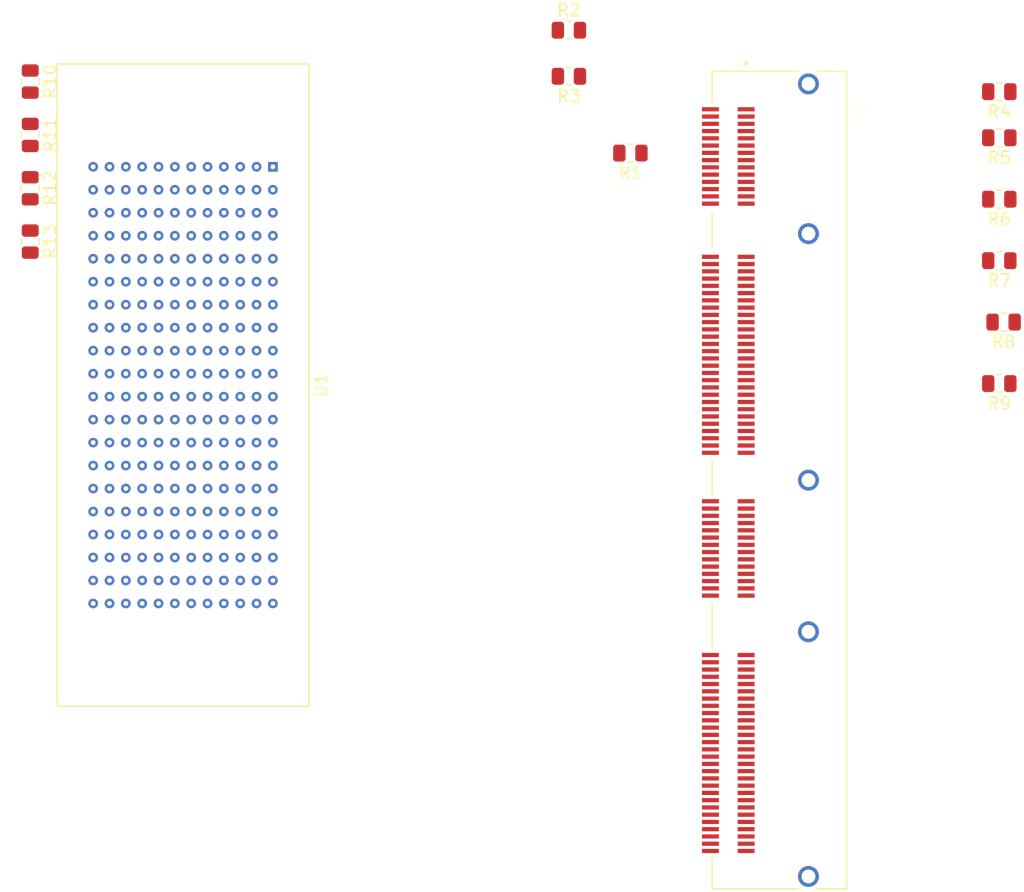
<source format=kicad_pcb>
(kicad_pcb (version 20171130) (host pcbnew 5.1.9-73d0e3b20d~88~ubuntu20.04.1)

  (general
    (thickness 1.6)
    (drawings 0)
    (tracks 0)
    (zones 0)
    (modules 15)
    (nets 254)
  )

  (page A4)
  (title_block
    (title "AC922 Interposer for DCSCM v1.0")
    (date 2021-04-16)
    (rev v0.1)
    (company IBM)
    (comment 2 https://opensource.org/licenses/MIT)
    (comment 3 "License: The MIT License")
    (comment 4 "Author: Steven Roberts")
  )

  (layers
    (0 F.Cu signal)
    (31 B.Cu signal)
    (32 B.Adhes user)
    (33 F.Adhes user)
    (34 B.Paste user)
    (35 F.Paste user)
    (36 B.SilkS user)
    (37 F.SilkS user)
    (38 B.Mask user)
    (39 F.Mask user)
    (40 Dwgs.User user)
    (41 Cmts.User user)
    (42 Eco1.User user)
    (43 Eco2.User user)
    (44 Edge.Cuts user)
    (45 Margin user)
    (46 B.CrtYd user)
    (47 F.CrtYd user)
    (48 B.Fab user)
    (49 F.Fab user)
  )

  (setup
    (last_trace_width 0.25)
    (trace_clearance 0.2)
    (zone_clearance 0.508)
    (zone_45_only no)
    (trace_min 0.2)
    (via_size 0.8)
    (via_drill 0.4)
    (via_min_size 0.4)
    (via_min_drill 0.3)
    (uvia_size 0.3)
    (uvia_drill 0.1)
    (uvias_allowed no)
    (uvia_min_size 0.2)
    (uvia_min_drill 0.1)
    (edge_width 0.05)
    (segment_width 0.2)
    (pcb_text_width 0.3)
    (pcb_text_size 1.5 1.5)
    (mod_edge_width 0.12)
    (mod_text_size 1 1)
    (mod_text_width 0.15)
    (pad_size 1.524 1.524)
    (pad_drill 0.762)
    (pad_to_mask_clearance 0)
    (aux_axis_origin 0 0)
    (visible_elements FFFFFF7F)
    (pcbplotparams
      (layerselection 0x010fc_ffffffff)
      (usegerberextensions false)
      (usegerberattributes true)
      (usegerberadvancedattributes true)
      (creategerberjobfile true)
      (excludeedgelayer true)
      (linewidth 0.100000)
      (plotframeref false)
      (viasonmask false)
      (mode 1)
      (useauxorigin false)
      (hpglpennumber 1)
      (hpglpenspeed 20)
      (hpglpendiameter 15.000000)
      (psnegative false)
      (psa4output false)
      (plotreference true)
      (plotvalue true)
      (plotinvisibletext false)
      (padsonsilk false)
      (subtractmaskfromsilk false)
      (outputformat 1)
      (mirror false)
      (drillshape 1)
      (scaleselection 1)
      (outputdirectory ""))
  )

  (net 0 "")
  (net 1 "Net-(J1-PadS1)")
  (net 2 "Net-(J1-PadOB14)")
  (net 3 "Net-(J1-PadOA14)")
  (net 4 "Net-(J1-PadOB13)")
  (net 5 +2.5VCS)
  (net 6 "Net-(J1-PadOB12)")
  (net 7 I3C3_SDA)
  (net 8 "Net-(J1-PadOB11)")
  (net 9 I3C3_SCL)
  (net 10 I3C2_SDA)
  (net 11 "Net-(J1-PadOB9)")
  (net 12 I3C2_CLK)
  (net 13 "Net-(J1-PadOB8)")
  (net 14 I3C1_SDA)
  (net 15 I3C1_CLK)
  (net 16 "Net-(J1-PadOB6)")
  (net 17 I3C0_SDA)
  (net 18 "Net-(J1-PadOB5)")
  (net 19 I3C0_CLK)
  (net 20 "Net-(J1-PadOB3)")
  (net 21 +12VCS)
  (net 22 "Net-(J1-PadB69)")
  (net 23 "Net-(J1-PadB68)")
  (net 24 "Net-(J1-PadB66)")
  (net 25 "Net-(J1-PadB65)")
  (net 26 "Net-(J1-PadB64)")
  (net 27 "Net-(J1-PadB63)")
  (net 28 "Net-(J1-PadB62)")
  (net 29 "Net-(J1-PadB60)")
  (net 30 "Net-(J1-PadB59)")
  (net 31 "Net-(J1-PadB57)")
  (net 32 "Net-(J1-PadA69)")
  (net 33 "Net-(J1-PadA68)")
  (net 34 "Net-(J1-PadA66)")
  (net 35 "Net-(J1-PadA65)")
  (net 36 "Net-(J1-PadA63)")
  (net 37 "Net-(J1-PadA62)")
  (net 38 "Net-(J1-PadA60)")
  (net 39 "Net-(J1-PadA59)")
  (net 40 "Net-(J1-PadB56)")
  (net 41 "Net-(J1-PadB54)")
  (net 42 USB1_DP)
  (net 43 CP0_FSI0_DATA_EN)
  (net 44 FSI_JMFG0_PRSNT_N)
  (net 45 "Net-(J1-PadB48)")
  (net 46 "Net-(J1-PadB47)")
  (net 47 "Net-(J1-PadB46)")
  (net 48 "Net-(J1-PadB45)")
  (net 49 "Net-(J1-PadB44)")
  (net 50 "Net-(J1-PadB43)")
  (net 51 "Net-(J1-PadB42)")
  (net 52 "Net-(J1-PadB41)")
  (net 53 "Net-(J1-PadB40)")
  (net 54 "Net-(J1-PadB39)")
  (net 55 "Net-(J1-PadB37)")
  (net 56 "Net-(J1-PadB36)")
  (net 57 "Net-(J1-PadB35)")
  (net 58 "Net-(J1-PadB34)")
  (net 59 "Net-(J1-PadB32)")
  (net 60 "Net-(J1-PadB31)")
  (net 61 "Net-(J1-PadB30)")
  (net 62 "Net-(J1-PadB29)")
  (net 63 "Net-(J1-PadA56)")
  (net 64 I2C3_MUX_SEL)
  (net 65 USB1_DN)
  (net 66 SPARE1)
  (net 67 RST_PLTRST_BUF_N)
  (net 68 "Net-(J1-PadA50)")
  (net 69 "Net-(J1-PadA49)")
  (net 70 SYS_PWROK)
  (net 71 SYS_PWRBTN_N)
  (net 72 BMC_FSI_IN_ENA)
  (net 73 HPM_STBY_EN)
  (net 74 "Net-(J1-PadA44)")
  (net 75 "Net-(J1-PadA43)")
  (net 76 I2C12_SDA)
  (net 77 I2C12_SCL)
  (net 78 I2C11_SDA)
  (net 79 I2C11_SCL)
  (net 80 "Net-(J1-PadA37)")
  (net 81 "Net-(J1-PadA36)")
  (net 82 "Net-(J1-PadA35)")
  (net 83 "Net-(J1-PadA34)")
  (net 84 I2C10_SDA)
  (net 85 I2C10_SCL)
  (net 86 I2C9_SDA)
  (net 87 I2C9_SCL)
  (net 88 "Net-(J1-PadB28)")
  (net 89 "Net-(J1-PadB27)")
  (net 90 "Net-(J1-PadB26)")
  (net 91 "Net-(J1-PadB25)")
  (net 92 "Net-(J1-PadB24)")
  (net 93 "Net-(J1-PadB23)")
  (net 94 "Net-(J1-PadB22)")
  (net 95 "Net-(J1-PadB21)")
  (net 96 "Net-(J1-PadB20)")
  (net 97 "Net-(J1-PadB19)")
  (net 98 "Net-(J1-PadB18)")
  (net 99 "Net-(J1-PadB17)")
  (net 100 "Net-(J1-PadB16)")
  (net 101 "Net-(J1-PadB15)")
  (net 102 "Net-(J1-PadB14)")
  (net 103 "Net-(J1-PadB13)")
  (net 104 "Net-(J1-PadB12)")
  (net 105 "Net-(J1-PadB11)")
  (net 106 "Net-(J1-PadB10)")
  (net 107 "Net-(J1-PadB9)")
  (net 108 ESPI_IO3)
  (net 109 ESPI_IO2)
  (net 110 ESPI_IO1)
  (net 111 ESPI_RESET_N)
  (net 112 ESPI_ALERT_N)
  (net 113 ESPI_CS0_N)
  (net 114 ESPI_CLK)
  (net 115 I2C8_SDA)
  (net 116 I2C8_SCL)
  (net 117 I2C7_SDA)
  (net 118 I2C7_SCL)
  (net 119 I2C6_SDA)
  (net 120 I2C6_SCL)
  (net 121 "Net-(J1-PadA22)")
  (net 122 "Net-(J1-PadA21)")
  (net 123 "Net-(J1-PadA20)")
  (net 124 "Net-(J1-PadA18)")
  (net 125 "Net-(J1-PadA17)")
  (net 126 "Net-(J1-PadA15)")
  (net 127 "Net-(J1-PadA14)")
  (net 128 I2C5_SDA)
  (net 129 I2C5_SCL)
  (net 130 I2C4_SDA)
  (net 131 I2C4_SCL)
  (net 132 I2C3_SDA)
  (net 133 I2C3_SCL)
  (net 134 I2C2_SDA)
  (net 135 I2C2_SCL)
  (net 136 I2C1_SDA)
  (net 137 I2C1_SCL)
  (net 138 I3C0_SCL)
  (net 139 +3.3VCS)
  (net 140 "Net-(R4-Pad1)")
  (net 141 "/Sequoia Connections/PS_FFS_N")
  (net 142 "/Sequoia Connections/RESET_STAGE1_BUFF_N")
  (net 143 "Net-(U1-Pad239)")
  (net 144 "Net-(U1-Pad238)")
  (net 145 "Net-(U1-Pad236)")
  (net 146 "Net-(U1-Pad235)")
  (net 147 "Net-(U1-Pad233)")
  (net 148 "Net-(U1-Pad232)")
  (net 149 "Net-(U1-Pad230)")
  (net 150 "Net-(U1-Pad229)")
  (net 151 "Net-(U1-Pad228)")
  (net 152 "Net-(U1-Pad227)")
  (net 153 "Net-(U1-Pad225)")
  (net 154 "Net-(U1-Pad224)")
  (net 155 "Net-(U1-Pad222)")
  (net 156 "Net-(U1-Pad221)")
  (net 157 "Net-(U1-Pad219)")
  (net 158 "Net-(U1-Pad218)")
  (net 159 "Net-(U1-Pad215)")
  (net 160 "Net-(U1-Pad214)")
  (net 161 "Net-(U1-Pad212)")
  (net 162 "Net-(U1-Pad211)")
  (net 163 "Net-(U1-Pad209)")
  (net 164 "Net-(U1-Pad208)")
  (net 165 "Net-(U1-Pad206)")
  (net 166 "Net-(U1-Pad205)")
  (net 167 "Net-(U1-Pad204)")
  (net 168 "Net-(U1-Pad203)")
  (net 169 "Net-(U1-Pad201)")
  (net 170 "Net-(U1-Pad200)")
  (net 171 "Net-(U1-Pad198)")
  (net 172 "Net-(U1-Pad197)")
  (net 173 "Net-(U1-Pad195)")
  (net 174 "Net-(U1-Pad194)")
  (net 175 "Net-(U1-Pad191)")
  (net 176 "Net-(U1-Pad188)")
  (net 177 "Net-(U1-Pad187)")
  (net 178 "Net-(U1-Pad185)")
  (net 179 "Net-(U1-Pad184)")
  (net 180 "Net-(U1-Pad182)")
  (net 181 "Net-(U1-Pad181)")
  (net 182 "Net-(U1-Pad176)")
  (net 183 "Net-(U1-Pad174)")
  (net 184 "Net-(U1-Pad173)")
  (net 185 "Net-(U1-Pad170)")
  (net 186 "Net-(U1-Pad163)")
  (net 187 "Net-(U1-Pad160)")
  (net 188 "Net-(U1-Pad157)")
  (net 189 "Net-(U1-Pad156)")
  (net 190 "Net-(U1-Pad155)")
  (net 191 "Net-(U1-Pad152)")
  (net 192 "Net-(U1-Pad149)")
  (net 193 "Net-(U1-Pad147)")
  (net 194 "Net-(U1-Pad146)")
  (net 195 "Net-(U1-Pad142)")
  (net 196 "Net-(U1-Pad139)")
  (net 197 "Net-(U1-Pad137)")
  (net 198 "Net-(U1-Pad136)")
  (net 199 "Net-(U1-Pad134)")
  (net 200 "Net-(U1-Pad133)")
  (net 201 "Net-(U1-Pad132)")
  (net 202 "Net-(U1-Pad129)")
  (net 203 "Net-(U1-Pad128)")
  (net 204 "Net-(U1-Pad125)")
  (net 205 "Net-(U1-Pad123)")
  (net 206 "Net-(U1-Pad122)")
  (net 207 "Net-(U1-Pad119)")
  (net 208 "Net-(U1-Pad118)")
  (net 209 "Net-(U1-Pad116)")
  (net 210 "Net-(U1-Pad115)")
  (net 211 "Net-(U1-Pad113)")
  (net 212 "Net-(U1-Pad112)")
  (net 213 "Net-(U1-Pad110)")
  (net 214 "Net-(U1-Pad109)")
  (net 215 "Net-(U1-Pad107)")
  (net 216 "Net-(U1-Pad105)")
  (net 217 "Net-(U1-Pad104)")
  (net 218 "Net-(U1-Pad102)")
  (net 219 "Net-(U1-Pad98)")
  (net 220 "Net-(U1-Pad94)")
  (net 221 "Net-(U1-Pad92)")
  (net 222 "Net-(U1-Pad91)")
  (net 223 "Net-(U1-Pad89)")
  (net 224 "Net-(U1-Pad88)")
  (net 225 "Net-(U1-Pad60)")
  (net 226 "Net-(U1-Pad59)")
  (net 227 "Net-(U1-Pad57)")
  (net 228 "Net-(U1-Pad51)")
  (net 229 "Net-(U1-Pad50)")
  (net 230 "Net-(U1-Pad46)")
  (net 231 "Net-(U1-Pad44)")
  (net 232 "Net-(U1-Pad43)")
  (net 233 "Net-(U1-Pad40)")
  (net 234 "Net-(U1-Pad38)")
  (net 235 "Net-(U1-Pad37)")
  (net 236 "Net-(U1-Pad30)")
  (net 237 "Net-(U1-Pad29)")
  (net 238 "Net-(U1-Pad27)")
  (net 239 "Net-(U1-Pad26)")
  (net 240 "Net-(U1-Pad23)")
  (net 241 "Net-(U1-Pad22)")
  (net 242 "Net-(U1-Pad20)")
  (net 243 "Net-(U1-Pad19)")
  (net 244 "Net-(U1-Pad17)")
  (net 245 "Net-(U1-Pad16)")
  (net 246 "Net-(U1-Pad14)")
  (net 247 "Net-(U1-Pad13)")
  (net 248 "Net-(U1-Pad12)")
  (net 249 "Net-(U1-Pad11)")
  (net 250 +12VT)
  (net 251 GND)
  (net 252 ESPI_IO0)
  (net 253 "/Sequoia Connections/12VCS_RESET_N")

  (net_class Default "This is the default net class."
    (clearance 0.2)
    (trace_width 0.25)
    (via_dia 0.8)
    (via_drill 0.4)
    (uvia_dia 0.3)
    (uvia_drill 0.1)
    (add_net +12VCS)
    (add_net +12VT)
    (add_net +2.5VCS)
    (add_net +3.3VCS)
    (add_net "/Sequoia Connections/12VCS_RESET_N")
    (add_net "/Sequoia Connections/PS_FFS_N")
    (add_net "/Sequoia Connections/RESET_STAGE1_BUFF_N")
    (add_net BMC_FSI_IN_ENA)
    (add_net CP0_FSI0_DATA_EN)
    (add_net ESPI_ALERT_N)
    (add_net ESPI_CLK)
    (add_net ESPI_CS0_N)
    (add_net ESPI_IO0)
    (add_net ESPI_IO1)
    (add_net ESPI_IO2)
    (add_net ESPI_IO3)
    (add_net ESPI_RESET_N)
    (add_net FSI_JMFG0_PRSNT_N)
    (add_net GND)
    (add_net HPM_STBY_EN)
    (add_net I2C10_SCL)
    (add_net I2C10_SDA)
    (add_net I2C11_SCL)
    (add_net I2C11_SDA)
    (add_net I2C12_SCL)
    (add_net I2C12_SDA)
    (add_net I2C1_SCL)
    (add_net I2C1_SDA)
    (add_net I2C2_SCL)
    (add_net I2C2_SDA)
    (add_net I2C3_MUX_SEL)
    (add_net I2C3_SCL)
    (add_net I2C3_SDA)
    (add_net I2C4_SCL)
    (add_net I2C4_SDA)
    (add_net I2C5_SCL)
    (add_net I2C5_SDA)
    (add_net I2C6_SCL)
    (add_net I2C6_SDA)
    (add_net I2C7_SCL)
    (add_net I2C7_SDA)
    (add_net I2C8_SCL)
    (add_net I2C8_SDA)
    (add_net I2C9_SCL)
    (add_net I2C9_SDA)
    (add_net I3C0_CLK)
    (add_net I3C0_SCL)
    (add_net I3C0_SDA)
    (add_net I3C1_CLK)
    (add_net I3C1_SDA)
    (add_net I3C2_CLK)
    (add_net I3C2_SDA)
    (add_net I3C3_SCL)
    (add_net I3C3_SDA)
    (add_net "Net-(J1-PadA14)")
    (add_net "Net-(J1-PadA15)")
    (add_net "Net-(J1-PadA17)")
    (add_net "Net-(J1-PadA18)")
    (add_net "Net-(J1-PadA20)")
    (add_net "Net-(J1-PadA21)")
    (add_net "Net-(J1-PadA22)")
    (add_net "Net-(J1-PadA34)")
    (add_net "Net-(J1-PadA35)")
    (add_net "Net-(J1-PadA36)")
    (add_net "Net-(J1-PadA37)")
    (add_net "Net-(J1-PadA43)")
    (add_net "Net-(J1-PadA44)")
    (add_net "Net-(J1-PadA49)")
    (add_net "Net-(J1-PadA50)")
    (add_net "Net-(J1-PadA56)")
    (add_net "Net-(J1-PadA59)")
    (add_net "Net-(J1-PadA60)")
    (add_net "Net-(J1-PadA62)")
    (add_net "Net-(J1-PadA63)")
    (add_net "Net-(J1-PadA65)")
    (add_net "Net-(J1-PadA66)")
    (add_net "Net-(J1-PadA68)")
    (add_net "Net-(J1-PadA69)")
    (add_net "Net-(J1-PadB10)")
    (add_net "Net-(J1-PadB11)")
    (add_net "Net-(J1-PadB12)")
    (add_net "Net-(J1-PadB13)")
    (add_net "Net-(J1-PadB14)")
    (add_net "Net-(J1-PadB15)")
    (add_net "Net-(J1-PadB16)")
    (add_net "Net-(J1-PadB17)")
    (add_net "Net-(J1-PadB18)")
    (add_net "Net-(J1-PadB19)")
    (add_net "Net-(J1-PadB20)")
    (add_net "Net-(J1-PadB21)")
    (add_net "Net-(J1-PadB22)")
    (add_net "Net-(J1-PadB23)")
    (add_net "Net-(J1-PadB24)")
    (add_net "Net-(J1-PadB25)")
    (add_net "Net-(J1-PadB26)")
    (add_net "Net-(J1-PadB27)")
    (add_net "Net-(J1-PadB28)")
    (add_net "Net-(J1-PadB29)")
    (add_net "Net-(J1-PadB30)")
    (add_net "Net-(J1-PadB31)")
    (add_net "Net-(J1-PadB32)")
    (add_net "Net-(J1-PadB34)")
    (add_net "Net-(J1-PadB35)")
    (add_net "Net-(J1-PadB36)")
    (add_net "Net-(J1-PadB37)")
    (add_net "Net-(J1-PadB39)")
    (add_net "Net-(J1-PadB40)")
    (add_net "Net-(J1-PadB41)")
    (add_net "Net-(J1-PadB42)")
    (add_net "Net-(J1-PadB43)")
    (add_net "Net-(J1-PadB44)")
    (add_net "Net-(J1-PadB45)")
    (add_net "Net-(J1-PadB46)")
    (add_net "Net-(J1-PadB47)")
    (add_net "Net-(J1-PadB48)")
    (add_net "Net-(J1-PadB54)")
    (add_net "Net-(J1-PadB56)")
    (add_net "Net-(J1-PadB57)")
    (add_net "Net-(J1-PadB59)")
    (add_net "Net-(J1-PadB60)")
    (add_net "Net-(J1-PadB62)")
    (add_net "Net-(J1-PadB63)")
    (add_net "Net-(J1-PadB64)")
    (add_net "Net-(J1-PadB65)")
    (add_net "Net-(J1-PadB66)")
    (add_net "Net-(J1-PadB68)")
    (add_net "Net-(J1-PadB69)")
    (add_net "Net-(J1-PadB9)")
    (add_net "Net-(J1-PadOA14)")
    (add_net "Net-(J1-PadOB11)")
    (add_net "Net-(J1-PadOB12)")
    (add_net "Net-(J1-PadOB13)")
    (add_net "Net-(J1-PadOB14)")
    (add_net "Net-(J1-PadOB3)")
    (add_net "Net-(J1-PadOB5)")
    (add_net "Net-(J1-PadOB6)")
    (add_net "Net-(J1-PadOB8)")
    (add_net "Net-(J1-PadOB9)")
    (add_net "Net-(J1-PadS1)")
    (add_net "Net-(R4-Pad1)")
    (add_net "Net-(U1-Pad102)")
    (add_net "Net-(U1-Pad104)")
    (add_net "Net-(U1-Pad105)")
    (add_net "Net-(U1-Pad107)")
    (add_net "Net-(U1-Pad109)")
    (add_net "Net-(U1-Pad11)")
    (add_net "Net-(U1-Pad110)")
    (add_net "Net-(U1-Pad112)")
    (add_net "Net-(U1-Pad113)")
    (add_net "Net-(U1-Pad115)")
    (add_net "Net-(U1-Pad116)")
    (add_net "Net-(U1-Pad118)")
    (add_net "Net-(U1-Pad119)")
    (add_net "Net-(U1-Pad12)")
    (add_net "Net-(U1-Pad122)")
    (add_net "Net-(U1-Pad123)")
    (add_net "Net-(U1-Pad125)")
    (add_net "Net-(U1-Pad128)")
    (add_net "Net-(U1-Pad129)")
    (add_net "Net-(U1-Pad13)")
    (add_net "Net-(U1-Pad132)")
    (add_net "Net-(U1-Pad133)")
    (add_net "Net-(U1-Pad134)")
    (add_net "Net-(U1-Pad136)")
    (add_net "Net-(U1-Pad137)")
    (add_net "Net-(U1-Pad139)")
    (add_net "Net-(U1-Pad14)")
    (add_net "Net-(U1-Pad142)")
    (add_net "Net-(U1-Pad146)")
    (add_net "Net-(U1-Pad147)")
    (add_net "Net-(U1-Pad149)")
    (add_net "Net-(U1-Pad152)")
    (add_net "Net-(U1-Pad155)")
    (add_net "Net-(U1-Pad156)")
    (add_net "Net-(U1-Pad157)")
    (add_net "Net-(U1-Pad16)")
    (add_net "Net-(U1-Pad160)")
    (add_net "Net-(U1-Pad163)")
    (add_net "Net-(U1-Pad17)")
    (add_net "Net-(U1-Pad170)")
    (add_net "Net-(U1-Pad173)")
    (add_net "Net-(U1-Pad174)")
    (add_net "Net-(U1-Pad176)")
    (add_net "Net-(U1-Pad181)")
    (add_net "Net-(U1-Pad182)")
    (add_net "Net-(U1-Pad184)")
    (add_net "Net-(U1-Pad185)")
    (add_net "Net-(U1-Pad187)")
    (add_net "Net-(U1-Pad188)")
    (add_net "Net-(U1-Pad19)")
    (add_net "Net-(U1-Pad191)")
    (add_net "Net-(U1-Pad194)")
    (add_net "Net-(U1-Pad195)")
    (add_net "Net-(U1-Pad197)")
    (add_net "Net-(U1-Pad198)")
    (add_net "Net-(U1-Pad20)")
    (add_net "Net-(U1-Pad200)")
    (add_net "Net-(U1-Pad201)")
    (add_net "Net-(U1-Pad203)")
    (add_net "Net-(U1-Pad204)")
    (add_net "Net-(U1-Pad205)")
    (add_net "Net-(U1-Pad206)")
    (add_net "Net-(U1-Pad208)")
    (add_net "Net-(U1-Pad209)")
    (add_net "Net-(U1-Pad211)")
    (add_net "Net-(U1-Pad212)")
    (add_net "Net-(U1-Pad214)")
    (add_net "Net-(U1-Pad215)")
    (add_net "Net-(U1-Pad218)")
    (add_net "Net-(U1-Pad219)")
    (add_net "Net-(U1-Pad22)")
    (add_net "Net-(U1-Pad221)")
    (add_net "Net-(U1-Pad222)")
    (add_net "Net-(U1-Pad224)")
    (add_net "Net-(U1-Pad225)")
    (add_net "Net-(U1-Pad227)")
    (add_net "Net-(U1-Pad228)")
    (add_net "Net-(U1-Pad229)")
    (add_net "Net-(U1-Pad23)")
    (add_net "Net-(U1-Pad230)")
    (add_net "Net-(U1-Pad232)")
    (add_net "Net-(U1-Pad233)")
    (add_net "Net-(U1-Pad235)")
    (add_net "Net-(U1-Pad236)")
    (add_net "Net-(U1-Pad238)")
    (add_net "Net-(U1-Pad239)")
    (add_net "Net-(U1-Pad26)")
    (add_net "Net-(U1-Pad27)")
    (add_net "Net-(U1-Pad29)")
    (add_net "Net-(U1-Pad30)")
    (add_net "Net-(U1-Pad37)")
    (add_net "Net-(U1-Pad38)")
    (add_net "Net-(U1-Pad40)")
    (add_net "Net-(U1-Pad43)")
    (add_net "Net-(U1-Pad44)")
    (add_net "Net-(U1-Pad46)")
    (add_net "Net-(U1-Pad50)")
    (add_net "Net-(U1-Pad51)")
    (add_net "Net-(U1-Pad57)")
    (add_net "Net-(U1-Pad59)")
    (add_net "Net-(U1-Pad60)")
    (add_net "Net-(U1-Pad88)")
    (add_net "Net-(U1-Pad89)")
    (add_net "Net-(U1-Pad91)")
    (add_net "Net-(U1-Pad92)")
    (add_net "Net-(U1-Pad94)")
    (add_net "Net-(U1-Pad98)")
    (add_net RST_PLTRST_BUF_N)
    (add_net SPARE1)
    (add_net SYS_PWRBTN_N)
    (add_net SYS_PWROK)
    (add_net USB1_DN)
    (add_net USB1_DP)
  )

  (module ac922interposer:TE_2336568-1 (layer F.Cu) (tedit 60672B3C) (tstamp 607A063D)
    (at 124.384999 110.860001 270)
    (path /60B64E7C/60BF6948)
    (fp_text reference J1 (at -30.555 -7.165 90) (layer F.SilkS)
      (effects (font (size 1 1) (thickness 0.015)))
    )
    (fp_text value 2336568-1 (at -26.11 7.185 90) (layer F.Fab)
      (effects (font (size 1 1) (thickness 0.015)))
    )
    (fp_circle (center -34.46 2.18) (end -34.36 2.18) (layer F.SilkS) (width 0.2))
    (fp_circle (center -34.46 2.18) (end -34.36 2.18) (layer F.Fab) (width 0.2))
    (fp_poly (pts (xy 11.8325 -3.7) (xy 13.2325 -3.7) (xy 13.2325 -2.3) (xy 11.8325 -2.3)) (layer Dwgs.User) (width 0.01))
    (fp_poly (pts (xy -0.7025 -3.7) (xy 0.6975 -3.7) (xy 0.6975 -2.3) (xy -0.7025 -2.3)) (layer Dwgs.User) (width 0.01))
    (fp_poly (pts (xy -21.0825 -3.7) (xy -19.6825 -3.7) (xy -19.6825 -2.3) (xy -21.0825 -2.3)) (layer Dwgs.User) (width 0.01))
    (fp_poly (pts (xy -21.0825 -3.7) (xy -19.6825 -3.7) (xy -19.6825 -2.3) (xy -21.0825 -2.3)) (layer Dwgs.User) (width 0.01))
    (fp_poly (pts (xy -0.7025 -3.7) (xy 0.6975 -3.7) (xy 0.6975 -2.3) (xy -0.7025 -2.3)) (layer Dwgs.User) (width 0.01))
    (fp_poly (pts (xy 11.8325 -3.7) (xy 13.2325 -3.7) (xy 13.2325 -2.3) (xy 11.8325 -2.3)) (layer Dwgs.User) (width 0.01))
    (fp_poly (pts (xy -33.4625 -3.675) (xy -31.3825 -3.675) (xy -31.3825 0.725) (xy -33.4625 0.725)) (layer Dwgs.User) (width 0.01))
    (fp_poly (pts (xy -33.4625 -3.675) (xy -31.3825 -3.675) (xy -31.3825 0.725) (xy -33.4625 0.725)) (layer Dwgs.User) (width 0.01))
    (fp_poly (pts (xy 31.3825 -3.7) (xy 33.4625 -3.7) (xy 33.4625 -0.3) (xy 31.3825 -0.3)) (layer Dwgs.User) (width 0.01))
    (fp_poly (pts (xy 31.3825 -3.7) (xy 33.4625 -3.7) (xy 33.4625 -0.3) (xy 31.3825 -0.3)) (layer Dwgs.User) (width 0.01))
    (fp_line (start -33.8 -6.15) (end 33.8 -6.15) (layer F.Fab) (width 0.127))
    (fp_line (start 33.8 -6.15) (end 33.8 4.95) (layer F.Fab) (width 0.127))
    (fp_line (start 33.8 4.95) (end -33.8 4.95) (layer F.Fab) (width 0.127))
    (fp_line (start -33.8 4.95) (end -33.8 -6.15) (layer F.Fab) (width 0.127))
    (fp_line (start -33.8 -6.15) (end 33.8 -6.15) (layer F.SilkS) (width 0.127))
    (fp_line (start -33.8 4.95) (end -33.8 -2.15) (layer F.SilkS) (width 0.127))
    (fp_line (start -33.8 -3.75) (end -33.8 -6.15) (layer F.SilkS) (width 0.127))
    (fp_line (start 33.8 -6.15) (end 33.8 -3.75) (layer F.SilkS) (width 0.127))
    (fp_line (start 33.8 -2.15) (end 33.8 4.95) (layer F.SilkS) (width 0.127))
    (fp_line (start -33.8 4.95) (end -31.2 4.95) (layer F.SilkS) (width 0.127))
    (fp_line (start 33.8 4.95) (end 31.2 4.95) (layer F.SilkS) (width 0.127))
    (fp_line (start -22.1 4.95) (end -19.25 4.95) (layer F.SilkS) (width 0.127))
    (fp_line (start -1.65 4.95) (end 1.15 4.95) (layer F.SilkS) (width 0.127))
    (fp_line (start 10.2 4.95) (end 13.8 4.95) (layer F.SilkS) (width 0.127))
    (fp_line (start -34.05 -6.4) (end 34.05 -6.4) (layer F.CrtYd) (width 0.05))
    (fp_line (start 34.05 -6.4) (end 34.05 6.05) (layer F.CrtYd) (width 0.05))
    (fp_line (start 34.05 6.05) (end -34.05 6.05) (layer F.CrtYd) (width 0.05))
    (fp_line (start -34.05 6.05) (end -34.05 -6.4) (layer F.CrtYd) (width 0.05))
    (pad S5 thru_hole circle (at 32.7575 -3 270) (size 1.725 1.725) (drill 1.15) (layers *.Cu *.Mask)
      (net 1 "Net-(J1-PadS1)"))
    (pad S4 thru_hole circle (at 12.5325 -3 270) (size 1.725 1.725) (drill 1.15) (layers *.Cu *.Mask)
      (net 1 "Net-(J1-PadS1)"))
    (pad S3 thru_hole circle (at -0.0025 -3 270) (size 1.725 1.725) (drill 1.15) (layers *.Cu *.Mask)
      (net 1 "Net-(J1-PadS1)"))
    (pad S2 thru_hole circle (at -20.3825 -3 270) (size 1.725 1.725) (drill 1.15) (layers *.Cu *.Mask)
      (net 1 "Net-(J1-PadS1)"))
    (pad S1 thru_hole circle (at -32.7625 -3 270) (size 1.725 1.725) (drill 1.15) (layers *.Cu *.Mask)
      (net 1 "Net-(J1-PadS1)"))
    (pad None np_thru_hole circle (at -32.0825 0 270) (size 1.15 1.15) (drill 1.15) (layers *.Cu *.Mask))
    (pad None np_thru_hole circle (at 32.0825 -1 270) (size 1.15 1.15) (drill 1.15) (layers *.Cu *.Mask))
    (pad OB14 smd rect (at -22.8625 5.1 270) (size 0.35 1.4) (layers F.Cu F.Paste F.Mask)
      (net 2 "Net-(J1-PadOB14)"))
    (pad OA14 smd rect (at -22.8625 2.15 270) (size 0.35 1.4) (layers F.Cu F.Paste F.Mask)
      (net 3 "Net-(J1-PadOA14)"))
    (pad OB13 smd rect (at -23.4625 5.1 270) (size 0.35 1.4) (layers F.Cu F.Paste F.Mask)
      (net 4 "Net-(J1-PadOB13)"))
    (pad OA13 smd rect (at -23.4625 2.15 270) (size 0.35 1.4) (layers F.Cu F.Paste F.Mask)
      (net 251 GND))
    (pad OB12 smd rect (at -24.0625 5.1 270) (size 0.35 1.4) (layers F.Cu F.Paste F.Mask)
      (net 6 "Net-(J1-PadOB12)"))
    (pad OA12 smd rect (at -24.0625 2.15 270) (size 0.35 1.4) (layers F.Cu F.Paste F.Mask)
      (net 7 I3C3_SDA))
    (pad OB11 smd rect (at -24.6625 5.1 270) (size 0.35 1.4) (layers F.Cu F.Paste F.Mask)
      (net 8 "Net-(J1-PadOB11)"))
    (pad OA11 smd rect (at -24.6625 2.15 270) (size 0.35 1.4) (layers F.Cu F.Paste F.Mask)
      (net 9 I3C3_SCL))
    (pad OB10 smd rect (at -25.2625 5.1 270) (size 0.35 1.4) (layers F.Cu F.Paste F.Mask)
      (net 251 GND))
    (pad OA10 smd rect (at -25.2625 2.15 270) (size 0.35 1.4) (layers F.Cu F.Paste F.Mask)
      (net 10 I3C2_SDA))
    (pad OB9 smd rect (at -25.8625 5.1 270) (size 0.35 1.4) (layers F.Cu F.Paste F.Mask)
      (net 11 "Net-(J1-PadOB9)"))
    (pad OA9 smd rect (at -25.8625 2.15 270) (size 0.35 1.4) (layers F.Cu F.Paste F.Mask)
      (net 12 I3C2_CLK))
    (pad OB8 smd rect (at -26.4625 5.1 270) (size 0.35 1.4) (layers F.Cu F.Paste F.Mask)
      (net 13 "Net-(J1-PadOB8)"))
    (pad OA8 smd rect (at -26.4625 2.15 270) (size 0.35 1.4) (layers F.Cu F.Paste F.Mask)
      (net 14 I3C1_SDA))
    (pad OB7 smd rect (at -27.0625 5.1 270) (size 0.35 1.4) (layers F.Cu F.Paste F.Mask)
      (net 251 GND))
    (pad OA7 smd rect (at -27.0625 2.15 270) (size 0.35 1.4) (layers F.Cu F.Paste F.Mask)
      (net 15 I3C1_CLK))
    (pad OB6 smd rect (at -27.6625 5.1 270) (size 0.35 1.4) (layers F.Cu F.Paste F.Mask)
      (net 16 "Net-(J1-PadOB6)"))
    (pad OA6 smd rect (at -27.6625 2.15 270) (size 0.35 1.4) (layers F.Cu F.Paste F.Mask)
      (net 17 I3C0_SDA))
    (pad OB5 smd rect (at -28.2625 5.1 270) (size 0.35 1.4) (layers F.Cu F.Paste F.Mask)
      (net 18 "Net-(J1-PadOB5)"))
    (pad OA5 smd rect (at -28.2625 2.15 270) (size 0.35 1.4) (layers F.Cu F.Paste F.Mask)
      (net 19 I3C0_CLK))
    (pad OB4 smd rect (at -28.8625 5.1 270) (size 0.35 1.4) (layers F.Cu F.Paste F.Mask)
      (net 251 GND))
    (pad OA4 smd rect (at -28.8625 2.15 270) (size 0.35 1.4) (layers F.Cu F.Paste F.Mask)
      (net 251 GND))
    (pad OB3 smd rect (at -29.4625 5.1 270) (size 0.35 1.4) (layers F.Cu F.Paste F.Mask)
      (net 20 "Net-(J1-PadOB3)"))
    (pad OA3 smd rect (at -29.4625 2.15 270) (size 0.35 1.4) (layers F.Cu F.Paste F.Mask)
      (net 251 GND))
    (pad OB2 smd rect (at -30.0625 5.1 270) (size 0.35 1.4) (layers F.Cu F.Paste F.Mask)
      (net 21 +12VCS))
    (pad OA2 smd rect (at -30.0625 2.15 270) (size 0.35 1.4) (layers F.Cu F.Paste F.Mask)
      (net 21 +12VCS))
    (pad OB1 smd rect (at -30.6625 5.1 270) (size 0.35 1.4) (layers F.Cu F.Paste F.Mask)
      (net 21 +12VCS))
    (pad B70 smd rect (at 30.6525 5.1 270) (size 0.35 1.4) (layers F.Cu F.Paste F.Mask)
      (net 251 GND))
    (pad B69 smd rect (at 30.0525 5.1 270) (size 0.35 1.4) (layers F.Cu F.Paste F.Mask)
      (net 22 "Net-(J1-PadB69)"))
    (pad B68 smd rect (at 29.4525 5.1 270) (size 0.35 1.4) (layers F.Cu F.Paste F.Mask)
      (net 23 "Net-(J1-PadB68)"))
    (pad B67 smd rect (at 28.8525 5.1 270) (size 0.35 1.4) (layers F.Cu F.Paste F.Mask)
      (net 251 GND))
    (pad B66 smd rect (at 28.2525 5.1 270) (size 0.35 1.4) (layers F.Cu F.Paste F.Mask)
      (net 24 "Net-(J1-PadB66)"))
    (pad B65 smd rect (at 27.6525 5.1 270) (size 0.35 1.4) (layers F.Cu F.Paste F.Mask)
      (net 25 "Net-(J1-PadB65)"))
    (pad B64 smd rect (at 27.0525 5.1 270) (size 0.35 1.4) (layers F.Cu F.Paste F.Mask)
      (net 26 "Net-(J1-PadB64)"))
    (pad B63 smd rect (at 26.4525 5.1 270) (size 0.35 1.4) (layers F.Cu F.Paste F.Mask)
      (net 27 "Net-(J1-PadB63)"))
    (pad B62 smd rect (at 25.8525 5.1 270) (size 0.35 1.4) (layers F.Cu F.Paste F.Mask)
      (net 28 "Net-(J1-PadB62)"))
    (pad B61 smd rect (at 25.2525 5.1 270) (size 0.35 1.4) (layers F.Cu F.Paste F.Mask)
      (net 251 GND))
    (pad B60 smd rect (at 24.6525 5.1 270) (size 0.35 1.4) (layers F.Cu F.Paste F.Mask)
      (net 29 "Net-(J1-PadB60)"))
    (pad B59 smd rect (at 24.0525 5.1 270) (size 0.35 1.4) (layers F.Cu F.Paste F.Mask)
      (net 30 "Net-(J1-PadB59)"))
    (pad B58 smd rect (at 23.4525 5.1 270) (size 0.35 1.4) (layers F.Cu F.Paste F.Mask)
      (net 251 GND))
    (pad B57 smd rect (at 22.8525 5.1 270) (size 0.35 1.4) (layers F.Cu F.Paste F.Mask)
      (net 31 "Net-(J1-PadB57)"))
    (pad OA1 smd rect (at -30.6625 2.15 270) (size 0.35 1.4) (layers F.Cu F.Paste F.Mask)
      (net 21 +12VCS))
    (pad A70 smd rect (at 30.6525 2.15 270) (size 0.35 1.4) (layers F.Cu F.Paste F.Mask)
      (net 251 GND))
    (pad A69 smd rect (at 30.0525 2.15 270) (size 0.35 1.4) (layers F.Cu F.Paste F.Mask)
      (net 32 "Net-(J1-PadA69)"))
    (pad A68 smd rect (at 29.4525 2.15 270) (size 0.35 1.4) (layers F.Cu F.Paste F.Mask)
      (net 33 "Net-(J1-PadA68)"))
    (pad A67 smd rect (at 28.8525 2.15 270) (size 0.35 1.4) (layers F.Cu F.Paste F.Mask)
      (net 251 GND))
    (pad A66 smd rect (at 28.2525 2.15 270) (size 0.35 1.4) (layers F.Cu F.Paste F.Mask)
      (net 34 "Net-(J1-PadA66)"))
    (pad A65 smd rect (at 27.6525 2.15 270) (size 0.35 1.4) (layers F.Cu F.Paste F.Mask)
      (net 35 "Net-(J1-PadA65)"))
    (pad A64 smd rect (at 27.0525 2.15 270) (size 0.35 1.4) (layers F.Cu F.Paste F.Mask)
      (net 251 GND))
    (pad A63 smd rect (at 26.4525 2.15 270) (size 0.35 1.4) (layers F.Cu F.Paste F.Mask)
      (net 36 "Net-(J1-PadA63)"))
    (pad A62 smd rect (at 25.8525 2.15 270) (size 0.35 1.4) (layers F.Cu F.Paste F.Mask)
      (net 37 "Net-(J1-PadA62)"))
    (pad A61 smd rect (at 25.2525 2.15 270) (size 0.35 1.4) (layers F.Cu F.Paste F.Mask)
      (net 251 GND))
    (pad A60 smd rect (at 24.6525 2.15 270) (size 0.35 1.4) (layers F.Cu F.Paste F.Mask)
      (net 38 "Net-(J1-PadA60)"))
    (pad A59 smd rect (at 24.0525 2.15 270) (size 0.35 1.4) (layers F.Cu F.Paste F.Mask)
      (net 39 "Net-(J1-PadA59)"))
    (pad A58 smd rect (at 23.4525 2.15 270) (size 0.35 1.4) (layers F.Cu F.Paste F.Mask)
      (net 251 GND))
    (pad A57 smd rect (at 22.8525 2.15 270) (size 0.35 1.4) (layers F.Cu F.Paste F.Mask)
      (net 251 GND))
    (pad B56 smd rect (at 22.2525 5.1 270) (size 0.35 1.4) (layers F.Cu F.Paste F.Mask)
      (net 40 "Net-(J1-PadB56)"))
    (pad B55 smd rect (at 21.6525 5.1 270) (size 0.35 1.4) (layers F.Cu F.Paste F.Mask)
      (net 251 GND))
    (pad B54 smd rect (at 21.0525 5.1 270) (size 0.35 1.4) (layers F.Cu F.Paste F.Mask)
      (net 41 "Net-(J1-PadB54)"))
    (pad B53 smd rect (at 20.4525 5.1 270) (size 0.35 1.4) (layers F.Cu F.Paste F.Mask)
      (net 42 USB1_DP))
    (pad B52 smd rect (at 19.8525 5.1 270) (size 0.35 1.4) (layers F.Cu F.Paste F.Mask)
      (net 251 GND))
    (pad B51 smd rect (at 19.2525 5.1 270) (size 0.35 1.4) (layers F.Cu F.Paste F.Mask)
      (net 43 CP0_FSI0_DATA_EN))
    (pad B50 smd rect (at 18.6525 5.1 270) (size 0.35 1.4) (layers F.Cu F.Paste F.Mask)
      (net 44 FSI_JMFG0_PRSNT_N))
    (pad B49 smd rect (at 18.0525 5.1 270) (size 0.35 1.4) (layers F.Cu F.Paste F.Mask)
      (net 251 GND))
    (pad B48 smd rect (at 17.4525 5.1 270) (size 0.35 1.4) (layers F.Cu F.Paste F.Mask)
      (net 45 "Net-(J1-PadB48)"))
    (pad B47 smd rect (at 16.8525 5.1 270) (size 0.35 1.4) (layers F.Cu F.Paste F.Mask)
      (net 46 "Net-(J1-PadB47)"))
    (pad B46 smd rect (at 16.2525 5.1 270) (size 0.35 1.4) (layers F.Cu F.Paste F.Mask)
      (net 47 "Net-(J1-PadB46)"))
    (pad B45 smd rect (at 15.6525 5.1 270) (size 0.35 1.4) (layers F.Cu F.Paste F.Mask)
      (net 48 "Net-(J1-PadB45)"))
    (pad B44 smd rect (at 15.0525 5.1 270) (size 0.35 1.4) (layers F.Cu F.Paste F.Mask)
      (net 49 "Net-(J1-PadB44)"))
    (pad B43 smd rect (at 14.4525 5.1 270) (size 0.35 1.4) (layers F.Cu F.Paste F.Mask)
      (net 50 "Net-(J1-PadB43)"))
    (pad B42 smd rect (at 9.5425 5.1 270) (size 0.35 1.4) (layers F.Cu F.Paste F.Mask)
      (net 51 "Net-(J1-PadB42)"))
    (pad B41 smd rect (at 8.9425 5.1 270) (size 0.35 1.4) (layers F.Cu F.Paste F.Mask)
      (net 52 "Net-(J1-PadB41)"))
    (pad B40 smd rect (at 8.3425 5.1 270) (size 0.35 1.4) (layers F.Cu F.Paste F.Mask)
      (net 53 "Net-(J1-PadB40)"))
    (pad B39 smd rect (at 7.7425 5.1 270) (size 0.35 1.4) (layers F.Cu F.Paste F.Mask)
      (net 54 "Net-(J1-PadB39)"))
    (pad B38 smd rect (at 7.1425 5.1 270) (size 0.35 1.4) (layers F.Cu F.Paste F.Mask)
      (net 251 GND))
    (pad B37 smd rect (at 6.5425 5.1 270) (size 0.35 1.4) (layers F.Cu F.Paste F.Mask)
      (net 55 "Net-(J1-PadB37)"))
    (pad B36 smd rect (at 5.9425 5.1 270) (size 0.35 1.4) (layers F.Cu F.Paste F.Mask)
      (net 56 "Net-(J1-PadB36)"))
    (pad B35 smd rect (at 5.3425 5.1 270) (size 0.35 1.4) (layers F.Cu F.Paste F.Mask)
      (net 57 "Net-(J1-PadB35)"))
    (pad B34 smd rect (at 4.7425 5.1 270) (size 0.35 1.4) (layers F.Cu F.Paste F.Mask)
      (net 58 "Net-(J1-PadB34)"))
    (pad B33 smd rect (at 4.1425 5.1 270) (size 0.35 1.4) (layers F.Cu F.Paste F.Mask)
      (net 251 GND))
    (pad B32 smd rect (at 3.5425 5.1 270) (size 0.35 1.4) (layers F.Cu F.Paste F.Mask)
      (net 59 "Net-(J1-PadB32)"))
    (pad B31 smd rect (at 2.9425 5.1 270) (size 0.35 1.4) (layers F.Cu F.Paste F.Mask)
      (net 60 "Net-(J1-PadB31)"))
    (pad B30 smd rect (at 2.3425 5.1 270) (size 0.35 1.4) (layers F.Cu F.Paste F.Mask)
      (net 61 "Net-(J1-PadB30)"))
    (pad B29 smd rect (at 1.7425 5.1 270) (size 0.35 1.4) (layers F.Cu F.Paste F.Mask)
      (net 62 "Net-(J1-PadB29)"))
    (pad A56 smd rect (at 22.2525 2.15 270) (size 0.35 1.4) (layers F.Cu F.Paste F.Mask)
      (net 63 "Net-(J1-PadA56)"))
    (pad A55 smd rect (at 21.6525 2.15 270) (size 0.35 1.4) (layers F.Cu F.Paste F.Mask)
      (net 64 I2C3_MUX_SEL))
    (pad A54 smd rect (at 21.0525 2.15 270) (size 0.35 1.4) (layers F.Cu F.Paste F.Mask)
      (net 65 USB1_DN))
    (pad A53 smd rect (at 20.4525 2.15 270) (size 0.35 1.4) (layers F.Cu F.Paste F.Mask)
      (net 42 USB1_DP))
    (pad A52 smd rect (at 19.8525 2.15 270) (size 0.35 1.4) (layers F.Cu F.Paste F.Mask)
      (net 66 SPARE1))
    (pad A51 smd rect (at 19.2525 2.15 270) (size 0.35 1.4) (layers F.Cu F.Paste F.Mask)
      (net 67 RST_PLTRST_BUF_N))
    (pad A50 smd rect (at 18.6525 2.15 270) (size 0.35 1.4) (layers F.Cu F.Paste F.Mask)
      (net 68 "Net-(J1-PadA50)"))
    (pad A49 smd rect (at 18.0525 2.15 270) (size 0.35 1.4) (layers F.Cu F.Paste F.Mask)
      (net 69 "Net-(J1-PadA49)"))
    (pad A48 smd rect (at 17.4525 2.15 270) (size 0.35 1.4) (layers F.Cu F.Paste F.Mask)
      (net 70 SYS_PWROK))
    (pad A47 smd rect (at 16.8525 2.15 270) (size 0.35 1.4) (layers F.Cu F.Paste F.Mask)
      (net 71 SYS_PWRBTN_N))
    (pad A46 smd rect (at 16.2525 2.15 270) (size 0.35 1.4) (layers F.Cu F.Paste F.Mask)
      (net 72 BMC_FSI_IN_ENA))
    (pad A45 smd rect (at 15.6525 2.15 270) (size 0.35 1.4) (layers F.Cu F.Paste F.Mask)
      (net 73 HPM_STBY_EN))
    (pad A44 smd rect (at 15.0525 2.15 270) (size 0.35 1.4) (layers F.Cu F.Paste F.Mask)
      (net 74 "Net-(J1-PadA44)"))
    (pad A43 smd rect (at 14.4525 2.15 270) (size 0.35 1.4) (layers F.Cu F.Paste F.Mask)
      (net 75 "Net-(J1-PadA43)"))
    (pad A42 smd rect (at 9.5425 2.15 270) (size 0.35 1.4) (layers F.Cu F.Paste F.Mask)
      (net 251 GND))
    (pad A41 smd rect (at 8.9425 2.15 270) (size 0.35 1.4) (layers F.Cu F.Paste F.Mask)
      (net 76 I2C12_SDA))
    (pad A40 smd rect (at 8.3425 2.15 270) (size 0.35 1.4) (layers F.Cu F.Paste F.Mask)
      (net 77 I2C12_SCL))
    (pad A39 smd rect (at 7.7425 2.15 270) (size 0.35 1.4) (layers F.Cu F.Paste F.Mask)
      (net 78 I2C11_SDA))
    (pad A38 smd rect (at 7.1425 2.15 270) (size 0.35 1.4) (layers F.Cu F.Paste F.Mask)
      (net 79 I2C11_SCL))
    (pad A37 smd rect (at 6.5425 2.15 270) (size 0.35 1.4) (layers F.Cu F.Paste F.Mask)
      (net 80 "Net-(J1-PadA37)"))
    (pad A36 smd rect (at 5.9425 2.15 270) (size 0.35 1.4) (layers F.Cu F.Paste F.Mask)
      (net 81 "Net-(J1-PadA36)"))
    (pad A35 smd rect (at 5.3425 2.15 270) (size 0.35 1.4) (layers F.Cu F.Paste F.Mask)
      (net 82 "Net-(J1-PadA35)"))
    (pad A34 smd rect (at 4.7425 2.15 270) (size 0.35 1.4) (layers F.Cu F.Paste F.Mask)
      (net 83 "Net-(J1-PadA34)"))
    (pad A33 smd rect (at 4.1425 2.15 270) (size 0.35 1.4) (layers F.Cu F.Paste F.Mask)
      (net 251 GND))
    (pad A32 smd rect (at 3.5425 2.15 270) (size 0.35 1.4) (layers F.Cu F.Paste F.Mask)
      (net 84 I2C10_SDA))
    (pad A31 smd rect (at 2.9425 2.15 270) (size 0.35 1.4) (layers F.Cu F.Paste F.Mask)
      (net 85 I2C10_SCL))
    (pad A30 smd rect (at 2.3425 2.15 270) (size 0.35 1.4) (layers F.Cu F.Paste F.Mask)
      (net 86 I2C9_SDA))
    (pad A29 smd rect (at 1.7425 2.15 270) (size 0.35 1.4) (layers F.Cu F.Paste F.Mask)
      (net 87 I2C9_SCL))
    (pad B28 smd rect (at -2.2675 5.1 270) (size 0.35 1.4) (layers F.Cu F.Paste F.Mask)
      (net 88 "Net-(J1-PadB28)"))
    (pad B27 smd rect (at -2.8675 5.1 270) (size 0.35 1.4) (layers F.Cu F.Paste F.Mask)
      (net 89 "Net-(J1-PadB27)"))
    (pad B26 smd rect (at -3.4675 5.1 270) (size 0.35 1.4) (layers F.Cu F.Paste F.Mask)
      (net 90 "Net-(J1-PadB26)"))
    (pad B25 smd rect (at -4.0675 5.1 270) (size 0.35 1.4) (layers F.Cu F.Paste F.Mask)
      (net 91 "Net-(J1-PadB25)"))
    (pad B24 smd rect (at -4.6675 5.1 270) (size 0.35 1.4) (layers F.Cu F.Paste F.Mask)
      (net 92 "Net-(J1-PadB24)"))
    (pad B23 smd rect (at -5.2675 5.1 270) (size 0.35 1.4) (layers F.Cu F.Paste F.Mask)
      (net 93 "Net-(J1-PadB23)"))
    (pad B22 smd rect (at -5.8675 5.1 270) (size 0.35 1.4) (layers F.Cu F.Paste F.Mask)
      (net 94 "Net-(J1-PadB22)"))
    (pad B21 smd rect (at -6.4675 5.1 270) (size 0.35 1.4) (layers F.Cu F.Paste F.Mask)
      (net 95 "Net-(J1-PadB21)"))
    (pad B20 smd rect (at -7.0675 5.1 270) (size 0.35 1.4) (layers F.Cu F.Paste F.Mask)
      (net 96 "Net-(J1-PadB20)"))
    (pad B19 smd rect (at -7.6675 5.1 270) (size 0.35 1.4) (layers F.Cu F.Paste F.Mask)
      (net 97 "Net-(J1-PadB19)"))
    (pad B18 smd rect (at -8.2675 5.1 270) (size 0.35 1.4) (layers F.Cu F.Paste F.Mask)
      (net 98 "Net-(J1-PadB18)"))
    (pad B17 smd rect (at -8.8675 5.1 270) (size 0.35 1.4) (layers F.Cu F.Paste F.Mask)
      (net 99 "Net-(J1-PadB17)"))
    (pad B16 smd rect (at -9.4675 5.1 270) (size 0.35 1.4) (layers F.Cu F.Paste F.Mask)
      (net 100 "Net-(J1-PadB16)"))
    (pad B15 smd rect (at -10.0675 5.1 270) (size 0.35 1.4) (layers F.Cu F.Paste F.Mask)
      (net 101 "Net-(J1-PadB15)"))
    (pad B14 smd rect (at -10.6675 5.1 270) (size 0.35 1.4) (layers F.Cu F.Paste F.Mask)
      (net 102 "Net-(J1-PadB14)"))
    (pad B13 smd rect (at -11.2675 5.1 270) (size 0.35 1.4) (layers F.Cu F.Paste F.Mask)
      (net 103 "Net-(J1-PadB13)"))
    (pad B12 smd rect (at -11.8675 5.1 270) (size 0.35 1.4) (layers F.Cu F.Paste F.Mask)
      (net 104 "Net-(J1-PadB12)"))
    (pad B11 smd rect (at -12.4675 5.1 270) (size 0.35 1.4) (layers F.Cu F.Paste F.Mask)
      (net 105 "Net-(J1-PadB11)"))
    (pad B10 smd rect (at -13.0675 5.1 270) (size 0.35 1.4) (layers F.Cu F.Paste F.Mask)
      (net 106 "Net-(J1-PadB10)"))
    (pad B9 smd rect (at -13.6675 5.1 270) (size 0.35 1.4) (layers F.Cu F.Paste F.Mask)
      (net 107 "Net-(J1-PadB9)"))
    (pad B8 smd rect (at -14.2675 5.1 270) (size 0.35 1.4) (layers F.Cu F.Paste F.Mask)
      (net 108 ESPI_IO3))
    (pad B7 smd rect (at -14.8675 5.1 270) (size 0.35 1.4) (layers F.Cu F.Paste F.Mask)
      (net 109 ESPI_IO2))
    (pad B6 smd rect (at -15.4675 5.1 270) (size 0.35 1.4) (layers F.Cu F.Paste F.Mask)
      (net 110 ESPI_IO1))
    (pad B5 smd rect (at -16.0675 5.1 270) (size 0.35 1.4) (layers F.Cu F.Paste F.Mask)
      (net 252 ESPI_IO0))
    (pad B4 smd rect (at -16.6675 5.1 270) (size 0.35 1.4) (layers F.Cu F.Paste F.Mask)
      (net 111 ESPI_RESET_N))
    (pad B3 smd rect (at -17.2675 5.1 270) (size 0.35 1.4) (layers F.Cu F.Paste F.Mask)
      (net 112 ESPI_ALERT_N))
    (pad B2 smd rect (at -17.8675 5.1 270) (size 0.35 1.4) (layers F.Cu F.Paste F.Mask)
      (net 113 ESPI_CS0_N))
    (pad B1 smd rect (at -18.4675 5.1 270) (size 0.35 1.4) (layers F.Cu F.Paste F.Mask)
      (net 114 ESPI_CLK))
    (pad A28 smd rect (at -2.2675 2.15 270) (size 0.35 1.4) (layers F.Cu F.Paste F.Mask)
      (net 115 I2C8_SDA))
    (pad A27 smd rect (at -2.8675 2.15 270) (size 0.35 1.4) (layers F.Cu F.Paste F.Mask)
      (net 116 I2C8_SCL))
    (pad A26 smd rect (at -3.4675 2.15 270) (size 0.35 1.4) (layers F.Cu F.Paste F.Mask)
      (net 117 I2C7_SDA))
    (pad A25 smd rect (at -4.0675 2.15 270) (size 0.35 1.4) (layers F.Cu F.Paste F.Mask)
      (net 118 I2C7_SCL))
    (pad A24 smd rect (at -4.6675 2.15 270) (size 0.35 1.4) (layers F.Cu F.Paste F.Mask)
      (net 119 I2C6_SDA))
    (pad A23 smd rect (at -5.2675 2.15 270) (size 0.35 1.4) (layers F.Cu F.Paste F.Mask)
      (net 120 I2C6_SCL))
    (pad A22 smd rect (at -5.8675 2.15 270) (size 0.35 1.4) (layers F.Cu F.Paste F.Mask)
      (net 121 "Net-(J1-PadA22)"))
    (pad A21 smd rect (at -6.4675 2.15 270) (size 0.35 1.4) (layers F.Cu F.Paste F.Mask)
      (net 122 "Net-(J1-PadA21)"))
    (pad A20 smd rect (at -7.0675 2.15 270) (size 0.35 1.4) (layers F.Cu F.Paste F.Mask)
      (net 123 "Net-(J1-PadA20)"))
    (pad A19 smd rect (at -7.6675 2.15 270) (size 0.35 1.4) (layers F.Cu F.Paste F.Mask)
      (net 251 GND))
    (pad A18 smd rect (at -8.2675 2.15 270) (size 0.35 1.4) (layers F.Cu F.Paste F.Mask)
      (net 124 "Net-(J1-PadA18)"))
    (pad A17 smd rect (at -8.8675 2.15 270) (size 0.35 1.4) (layers F.Cu F.Paste F.Mask)
      (net 125 "Net-(J1-PadA17)"))
    (pad A16 smd rect (at -9.4675 2.15 270) (size 0.35 1.4) (layers F.Cu F.Paste F.Mask)
      (net 251 GND))
    (pad A15 smd rect (at -10.0675 2.15 270) (size 0.35 1.4) (layers F.Cu F.Paste F.Mask)
      (net 126 "Net-(J1-PadA15)"))
    (pad A14 smd rect (at -10.6675 2.15 270) (size 0.35 1.4) (layers F.Cu F.Paste F.Mask)
      (net 127 "Net-(J1-PadA14)"))
    (pad A13 smd rect (at -11.2675 2.15 270) (size 0.35 1.4) (layers F.Cu F.Paste F.Mask)
      (net 251 GND))
    (pad A12 smd rect (at -11.8675 2.15 270) (size 0.35 1.4) (layers F.Cu F.Paste F.Mask)
      (net 128 I2C5_SDA))
    (pad A11 smd rect (at -12.4675 2.15 270) (size 0.35 1.4) (layers F.Cu F.Paste F.Mask)
      (net 129 I2C5_SCL))
    (pad A10 smd rect (at -13.0675 2.15 270) (size 0.35 1.4) (layers F.Cu F.Paste F.Mask)
      (net 130 I2C4_SDA))
    (pad A9 smd rect (at -13.6675 2.15 270) (size 0.35 1.4) (layers F.Cu F.Paste F.Mask)
      (net 131 I2C4_SCL))
    (pad A8 smd rect (at -14.2675 2.15 270) (size 0.35 1.4) (layers F.Cu F.Paste F.Mask)
      (net 132 I2C3_SDA))
    (pad A7 smd rect (at -14.8675 2.15 270) (size 0.35 1.4) (layers F.Cu F.Paste F.Mask)
      (net 133 I2C3_SCL))
    (pad A6 smd rect (at -15.4675 2.15 270) (size 0.35 1.4) (layers F.Cu F.Paste F.Mask)
      (net 134 I2C2_SDA))
    (pad A5 smd rect (at -16.0675 2.15 270) (size 0.35 1.4) (layers F.Cu F.Paste F.Mask)
      (net 135 I2C2_SCL))
    (pad A4 smd rect (at -16.6675 2.15 270) (size 0.35 1.4) (layers F.Cu F.Paste F.Mask)
      (net 136 I2C1_SDA))
    (pad A3 smd rect (at -17.2675 2.15 270) (size 0.35 1.4) (layers F.Cu F.Paste F.Mask)
      (net 137 I2C1_SCL))
    (pad A2 smd rect (at -17.8675 2.15 270) (size 0.35 1.4) (layers F.Cu F.Paste F.Mask)
      (net 17 I3C0_SDA))
    (pad A1 smd rect (at -18.4675 2.15 270) (size 0.35 1.4) (layers F.Cu F.Paste F.Mask)
      (net 138 I3C0_SCL))
  )

  (module Resistor_SMD:R_0805_2012Metric (layer F.Cu) (tedit 5F68FEEE) (tstamp 607A064E)
    (at 112.6725 83.82 180)
    (descr "Resistor SMD 0805 (2012 Metric), square (rectangular) end terminal, IPC_7351 nominal, (Body size source: IPC-SM-782 page 72, https://www.pcb-3d.com/wordpress/wp-content/uploads/ipc-sm-782a_amendment_1_and_2.pdf), generated with kicad-footprint-generator")
    (tags resistor)
    (path /60B64E7C/607D5D8E)
    (attr smd)
    (fp_text reference R1 (at 0 -1.65) (layer F.SilkS)
      (effects (font (size 1 1) (thickness 0.15)))
    )
    (fp_text value 4.7k (at 0 1.65) (layer F.Fab)
      (effects (font (size 1 1) (thickness 0.15)))
    )
    (fp_line (start -1 0.625) (end -1 -0.625) (layer F.Fab) (width 0.1))
    (fp_line (start -1 -0.625) (end 1 -0.625) (layer F.Fab) (width 0.1))
    (fp_line (start 1 -0.625) (end 1 0.625) (layer F.Fab) (width 0.1))
    (fp_line (start 1 0.625) (end -1 0.625) (layer F.Fab) (width 0.1))
    (fp_line (start -0.227064 -0.735) (end 0.227064 -0.735) (layer F.SilkS) (width 0.12))
    (fp_line (start -0.227064 0.735) (end 0.227064 0.735) (layer F.SilkS) (width 0.12))
    (fp_line (start -1.68 0.95) (end -1.68 -0.95) (layer F.CrtYd) (width 0.05))
    (fp_line (start -1.68 -0.95) (end 1.68 -0.95) (layer F.CrtYd) (width 0.05))
    (fp_line (start 1.68 -0.95) (end 1.68 0.95) (layer F.CrtYd) (width 0.05))
    (fp_line (start 1.68 0.95) (end -1.68 0.95) (layer F.CrtYd) (width 0.05))
    (fp_text user %R (at 0 0) (layer F.Fab)
      (effects (font (size 0.5 0.5) (thickness 0.08)))
    )
    (pad 1 smd roundrect (at -0.9125 0 180) (size 1.025 1.4) (layers F.Cu F.Paste F.Mask) (roundrect_rratio 0.243902)
      (net 20 "Net-(J1-PadOB3)"))
    (pad 2 smd roundrect (at 0.9125 0 180) (size 1.025 1.4) (layers F.Cu F.Paste F.Mask) (roundrect_rratio 0.243902)
      (net 139 +3.3VCS))
    (model ${KISYS3DMOD}/Resistor_SMD.3dshapes/R_0805_2012Metric.wrl
      (at (xyz 0 0 0))
      (scale (xyz 1 1 1))
      (rotate (xyz 0 0 0))
    )
  )

  (module Resistor_SMD:R_0805_2012Metric (layer F.Cu) (tedit 5F68FEEE) (tstamp 607A065F)
    (at 107.5925 73.66)
    (descr "Resistor SMD 0805 (2012 Metric), square (rectangular) end terminal, IPC_7351 nominal, (Body size source: IPC-SM-782 page 72, https://www.pcb-3d.com/wordpress/wp-content/uploads/ipc-sm-782a_amendment_1_and_2.pdf), generated with kicad-footprint-generator")
    (tags resistor)
    (path /60B64E7C/6081C8E8)
    (attr smd)
    (fp_text reference R2 (at 0 -1.65) (layer F.SilkS)
      (effects (font (size 1 1) (thickness 0.15)))
    )
    (fp_text value 4.7k (at 0 1.65) (layer F.Fab)
      (effects (font (size 1 1) (thickness 0.15)))
    )
    (fp_line (start 1.68 0.95) (end -1.68 0.95) (layer F.CrtYd) (width 0.05))
    (fp_line (start 1.68 -0.95) (end 1.68 0.95) (layer F.CrtYd) (width 0.05))
    (fp_line (start -1.68 -0.95) (end 1.68 -0.95) (layer F.CrtYd) (width 0.05))
    (fp_line (start -1.68 0.95) (end -1.68 -0.95) (layer F.CrtYd) (width 0.05))
    (fp_line (start -0.227064 0.735) (end 0.227064 0.735) (layer F.SilkS) (width 0.12))
    (fp_line (start -0.227064 -0.735) (end 0.227064 -0.735) (layer F.SilkS) (width 0.12))
    (fp_line (start 1 0.625) (end -1 0.625) (layer F.Fab) (width 0.1))
    (fp_line (start 1 -0.625) (end 1 0.625) (layer F.Fab) (width 0.1))
    (fp_line (start -1 -0.625) (end 1 -0.625) (layer F.Fab) (width 0.1))
    (fp_line (start -1 0.625) (end -1 -0.625) (layer F.Fab) (width 0.1))
    (fp_text user %R (at 0 0) (layer F.Fab)
      (effects (font (size 0.5 0.5) (thickness 0.08)))
    )
    (pad 2 smd roundrect (at 0.9125 0) (size 1.025 1.4) (layers F.Cu F.Paste F.Mask) (roundrect_rratio 0.243902)
      (net 88 "Net-(J1-PadB28)"))
    (pad 1 smd roundrect (at -0.9125 0) (size 1.025 1.4) (layers F.Cu F.Paste F.Mask) (roundrect_rratio 0.243902)
      (net 5 +2.5VCS))
    (model ${KISYS3DMOD}/Resistor_SMD.3dshapes/R_0805_2012Metric.wrl
      (at (xyz 0 0 0))
      (scale (xyz 1 1 1))
      (rotate (xyz 0 0 0))
    )
  )

  (module Resistor_SMD:R_0805_2012Metric (layer F.Cu) (tedit 5F68FEEE) (tstamp 607A0670)
    (at 107.5925 77.47 180)
    (descr "Resistor SMD 0805 (2012 Metric), square (rectangular) end terminal, IPC_7351 nominal, (Body size source: IPC-SM-782 page 72, https://www.pcb-3d.com/wordpress/wp-content/uploads/ipc-sm-782a_amendment_1_and_2.pdf), generated with kicad-footprint-generator")
    (tags resistor)
    (path /60B64E7C/6081DB4F)
    (attr smd)
    (fp_text reference R3 (at 0 -1.65) (layer F.SilkS)
      (effects (font (size 1 1) (thickness 0.15)))
    )
    (fp_text value 3k (at 0 1.65) (layer F.Fab)
      (effects (font (size 1 1) (thickness 0.15)))
    )
    (fp_line (start -1 0.625) (end -1 -0.625) (layer F.Fab) (width 0.1))
    (fp_line (start -1 -0.625) (end 1 -0.625) (layer F.Fab) (width 0.1))
    (fp_line (start 1 -0.625) (end 1 0.625) (layer F.Fab) (width 0.1))
    (fp_line (start 1 0.625) (end -1 0.625) (layer F.Fab) (width 0.1))
    (fp_line (start -0.227064 -0.735) (end 0.227064 -0.735) (layer F.SilkS) (width 0.12))
    (fp_line (start -0.227064 0.735) (end 0.227064 0.735) (layer F.SilkS) (width 0.12))
    (fp_line (start -1.68 0.95) (end -1.68 -0.95) (layer F.CrtYd) (width 0.05))
    (fp_line (start -1.68 -0.95) (end 1.68 -0.95) (layer F.CrtYd) (width 0.05))
    (fp_line (start 1.68 -0.95) (end 1.68 0.95) (layer F.CrtYd) (width 0.05))
    (fp_line (start 1.68 0.95) (end -1.68 0.95) (layer F.CrtYd) (width 0.05))
    (fp_text user %R (at 0 0) (layer F.Fab)
      (effects (font (size 0.5 0.5) (thickness 0.08)))
    )
    (pad 1 smd roundrect (at -0.9125 0 180) (size 1.025 1.4) (layers F.Cu F.Paste F.Mask) (roundrect_rratio 0.243902)
      (net 88 "Net-(J1-PadB28)"))
    (pad 2 smd roundrect (at 0.9125 0 180) (size 1.025 1.4) (layers F.Cu F.Paste F.Mask) (roundrect_rratio 0.243902)
      (net 251 GND))
    (model ${KISYS3DMOD}/Resistor_SMD.3dshapes/R_0805_2012Metric.wrl
      (at (xyz 0 0 0))
      (scale (xyz 1 1 1))
      (rotate (xyz 0 0 0))
    )
  )

  (module Resistor_SMD:R_0805_2012Metric (layer F.Cu) (tedit 5F68FEEE) (tstamp 607A0681)
    (at 143.1525 78.74 180)
    (descr "Resistor SMD 0805 (2012 Metric), square (rectangular) end terminal, IPC_7351 nominal, (Body size source: IPC-SM-782 page 72, https://www.pcb-3d.com/wordpress/wp-content/uploads/ipc-sm-782a_amendment_1_and_2.pdf), generated with kicad-footprint-generator")
    (tags resistor)
    (path /60B64E7C/608909DE/608B4F6E)
    (attr smd)
    (fp_text reference R4 (at 0 -1.65) (layer F.SilkS)
      (effects (font (size 1 1) (thickness 0.15)))
    )
    (fp_text value R (at 0 1.65) (layer F.Fab)
      (effects (font (size 1 1) (thickness 0.15)))
    )
    (fp_line (start 1.68 0.95) (end -1.68 0.95) (layer F.CrtYd) (width 0.05))
    (fp_line (start 1.68 -0.95) (end 1.68 0.95) (layer F.CrtYd) (width 0.05))
    (fp_line (start -1.68 -0.95) (end 1.68 -0.95) (layer F.CrtYd) (width 0.05))
    (fp_line (start -1.68 0.95) (end -1.68 -0.95) (layer F.CrtYd) (width 0.05))
    (fp_line (start -0.227064 0.735) (end 0.227064 0.735) (layer F.SilkS) (width 0.12))
    (fp_line (start -0.227064 -0.735) (end 0.227064 -0.735) (layer F.SilkS) (width 0.12))
    (fp_line (start 1 0.625) (end -1 0.625) (layer F.Fab) (width 0.1))
    (fp_line (start 1 -0.625) (end 1 0.625) (layer F.Fab) (width 0.1))
    (fp_line (start -1 -0.625) (end 1 -0.625) (layer F.Fab) (width 0.1))
    (fp_line (start -1 0.625) (end -1 -0.625) (layer F.Fab) (width 0.1))
    (fp_text user %R (at 0 0) (layer F.Fab)
      (effects (font (size 0.5 0.5) (thickness 0.08)))
    )
    (pad 2 smd roundrect (at 0.9125 0 180) (size 1.025 1.4) (layers F.Cu F.Paste F.Mask) (roundrect_rratio 0.243902)
      (net 19 I3C0_CLK))
    (pad 1 smd roundrect (at -0.9125 0 180) (size 1.025 1.4) (layers F.Cu F.Paste F.Mask) (roundrect_rratio 0.243902)
      (net 140 "Net-(R4-Pad1)"))
    (model ${KISYS3DMOD}/Resistor_SMD.3dshapes/R_0805_2012Metric.wrl
      (at (xyz 0 0 0))
      (scale (xyz 1 1 1))
      (rotate (xyz 0 0 0))
    )
  )

  (module Resistor_SMD:R_0805_2012Metric (layer F.Cu) (tedit 5F68FEEE) (tstamp 607A0692)
    (at 143.1525 82.55 180)
    (descr "Resistor SMD 0805 (2012 Metric), square (rectangular) end terminal, IPC_7351 nominal, (Body size source: IPC-SM-782 page 72, https://www.pcb-3d.com/wordpress/wp-content/uploads/ipc-sm-782a_amendment_1_and_2.pdf), generated with kicad-footprint-generator")
    (tags resistor)
    (path /60B64E7C/608909DE/608B5BDF)
    (attr smd)
    (fp_text reference R5 (at 0 -1.65) (layer F.SilkS)
      (effects (font (size 1 1) (thickness 0.15)))
    )
    (fp_text value R (at 0 1.65) (layer F.Fab)
      (effects (font (size 1 1) (thickness 0.15)))
    )
    (fp_line (start -1 0.625) (end -1 -0.625) (layer F.Fab) (width 0.1))
    (fp_line (start -1 -0.625) (end 1 -0.625) (layer F.Fab) (width 0.1))
    (fp_line (start 1 -0.625) (end 1 0.625) (layer F.Fab) (width 0.1))
    (fp_line (start 1 0.625) (end -1 0.625) (layer F.Fab) (width 0.1))
    (fp_line (start -0.227064 -0.735) (end 0.227064 -0.735) (layer F.SilkS) (width 0.12))
    (fp_line (start -0.227064 0.735) (end 0.227064 0.735) (layer F.SilkS) (width 0.12))
    (fp_line (start -1.68 0.95) (end -1.68 -0.95) (layer F.CrtYd) (width 0.05))
    (fp_line (start -1.68 -0.95) (end 1.68 -0.95) (layer F.CrtYd) (width 0.05))
    (fp_line (start 1.68 -0.95) (end 1.68 0.95) (layer F.CrtYd) (width 0.05))
    (fp_line (start 1.68 0.95) (end -1.68 0.95) (layer F.CrtYd) (width 0.05))
    (fp_text user %R (at 0 0) (layer F.Fab)
      (effects (font (size 0.5 0.5) (thickness 0.08)))
    )
    (pad 1 smd roundrect (at -0.9125 0 180) (size 1.025 1.4) (layers F.Cu F.Paste F.Mask) (roundrect_rratio 0.243902)
      (net 140 "Net-(R4-Pad1)"))
    (pad 2 smd roundrect (at 0.9125 0 180) (size 1.025 1.4) (layers F.Cu F.Paste F.Mask) (roundrect_rratio 0.243902)
      (net 17 I3C0_SDA))
    (model ${KISYS3DMOD}/Resistor_SMD.3dshapes/R_0805_2012Metric.wrl
      (at (xyz 0 0 0))
      (scale (xyz 1 1 1))
      (rotate (xyz 0 0 0))
    )
  )

  (module Resistor_SMD:R_0805_2012Metric (layer F.Cu) (tedit 5F68FEEE) (tstamp 607A06A3)
    (at 143.1525 87.63 180)
    (descr "Resistor SMD 0805 (2012 Metric), square (rectangular) end terminal, IPC_7351 nominal, (Body size source: IPC-SM-782 page 72, https://www.pcb-3d.com/wordpress/wp-content/uploads/ipc-sm-782a_amendment_1_and_2.pdf), generated with kicad-footprint-generator")
    (tags resistor)
    (path /60B64E7C/608909DE/608B6042)
    (attr smd)
    (fp_text reference R6 (at 0 -1.65) (layer F.SilkS)
      (effects (font (size 1 1) (thickness 0.15)))
    )
    (fp_text value R (at 0 1.65) (layer F.Fab)
      (effects (font (size 1 1) (thickness 0.15)))
    )
    (fp_line (start 1.68 0.95) (end -1.68 0.95) (layer F.CrtYd) (width 0.05))
    (fp_line (start 1.68 -0.95) (end 1.68 0.95) (layer F.CrtYd) (width 0.05))
    (fp_line (start -1.68 -0.95) (end 1.68 -0.95) (layer F.CrtYd) (width 0.05))
    (fp_line (start -1.68 0.95) (end -1.68 -0.95) (layer F.CrtYd) (width 0.05))
    (fp_line (start -0.227064 0.735) (end 0.227064 0.735) (layer F.SilkS) (width 0.12))
    (fp_line (start -0.227064 -0.735) (end 0.227064 -0.735) (layer F.SilkS) (width 0.12))
    (fp_line (start 1 0.625) (end -1 0.625) (layer F.Fab) (width 0.1))
    (fp_line (start 1 -0.625) (end 1 0.625) (layer F.Fab) (width 0.1))
    (fp_line (start -1 -0.625) (end 1 -0.625) (layer F.Fab) (width 0.1))
    (fp_line (start -1 0.625) (end -1 -0.625) (layer F.Fab) (width 0.1))
    (fp_text user %R (at 0 0) (layer F.Fab)
      (effects (font (size 0.5 0.5) (thickness 0.08)))
    )
    (pad 2 smd roundrect (at 0.9125 0 180) (size 1.025 1.4) (layers F.Cu F.Paste F.Mask) (roundrect_rratio 0.243902)
      (net 15 I3C1_CLK))
    (pad 1 smd roundrect (at -0.9125 0 180) (size 1.025 1.4) (layers F.Cu F.Paste F.Mask) (roundrect_rratio 0.243902)
      (net 140 "Net-(R4-Pad1)"))
    (model ${KISYS3DMOD}/Resistor_SMD.3dshapes/R_0805_2012Metric.wrl
      (at (xyz 0 0 0))
      (scale (xyz 1 1 1))
      (rotate (xyz 0 0 0))
    )
  )

  (module Resistor_SMD:R_0805_2012Metric (layer F.Cu) (tedit 5F68FEEE) (tstamp 607A06B4)
    (at 143.1525 92.71 180)
    (descr "Resistor SMD 0805 (2012 Metric), square (rectangular) end terminal, IPC_7351 nominal, (Body size source: IPC-SM-782 page 72, https://www.pcb-3d.com/wordpress/wp-content/uploads/ipc-sm-782a_amendment_1_and_2.pdf), generated with kicad-footprint-generator")
    (tags resistor)
    (path /60B64E7C/608909DE/608BA50C)
    (attr smd)
    (fp_text reference R7 (at 0 -1.65) (layer F.SilkS)
      (effects (font (size 1 1) (thickness 0.15)))
    )
    (fp_text value R (at 0 1.65) (layer F.Fab)
      (effects (font (size 1 1) (thickness 0.15)))
    )
    (fp_line (start -1 0.625) (end -1 -0.625) (layer F.Fab) (width 0.1))
    (fp_line (start -1 -0.625) (end 1 -0.625) (layer F.Fab) (width 0.1))
    (fp_line (start 1 -0.625) (end 1 0.625) (layer F.Fab) (width 0.1))
    (fp_line (start 1 0.625) (end -1 0.625) (layer F.Fab) (width 0.1))
    (fp_line (start -0.227064 -0.735) (end 0.227064 -0.735) (layer F.SilkS) (width 0.12))
    (fp_line (start -0.227064 0.735) (end 0.227064 0.735) (layer F.SilkS) (width 0.12))
    (fp_line (start -1.68 0.95) (end -1.68 -0.95) (layer F.CrtYd) (width 0.05))
    (fp_line (start -1.68 -0.95) (end 1.68 -0.95) (layer F.CrtYd) (width 0.05))
    (fp_line (start 1.68 -0.95) (end 1.68 0.95) (layer F.CrtYd) (width 0.05))
    (fp_line (start 1.68 0.95) (end -1.68 0.95) (layer F.CrtYd) (width 0.05))
    (fp_text user %R (at 0 0) (layer F.Fab)
      (effects (font (size 0.5 0.5) (thickness 0.08)))
    )
    (pad 1 smd roundrect (at -0.9125 0 180) (size 1.025 1.4) (layers F.Cu F.Paste F.Mask) (roundrect_rratio 0.243902)
      (net 140 "Net-(R4-Pad1)"))
    (pad 2 smd roundrect (at 0.9125 0 180) (size 1.025 1.4) (layers F.Cu F.Paste F.Mask) (roundrect_rratio 0.243902)
      (net 14 I3C1_SDA))
    (model ${KISYS3DMOD}/Resistor_SMD.3dshapes/R_0805_2012Metric.wrl
      (at (xyz 0 0 0))
      (scale (xyz 1 1 1))
      (rotate (xyz 0 0 0))
    )
  )

  (module Resistor_SMD:R_0805_2012Metric (layer F.Cu) (tedit 5F68FEEE) (tstamp 607A06C5)
    (at 143.51 97.79 180)
    (descr "Resistor SMD 0805 (2012 Metric), square (rectangular) end terminal, IPC_7351 nominal, (Body size source: IPC-SM-782 page 72, https://www.pcb-3d.com/wordpress/wp-content/uploads/ipc-sm-782a_amendment_1_and_2.pdf), generated with kicad-footprint-generator")
    (tags resistor)
    (path /60B64E7C/608909DE/608BA546)
    (attr smd)
    (fp_text reference R8 (at 0 -1.65) (layer F.SilkS)
      (effects (font (size 1 1) (thickness 0.15)))
    )
    (fp_text value R (at 0 1.65) (layer F.Fab)
      (effects (font (size 1 1) (thickness 0.15)))
    )
    (fp_line (start 1.68 0.95) (end -1.68 0.95) (layer F.CrtYd) (width 0.05))
    (fp_line (start 1.68 -0.95) (end 1.68 0.95) (layer F.CrtYd) (width 0.05))
    (fp_line (start -1.68 -0.95) (end 1.68 -0.95) (layer F.CrtYd) (width 0.05))
    (fp_line (start -1.68 0.95) (end -1.68 -0.95) (layer F.CrtYd) (width 0.05))
    (fp_line (start -0.227064 0.735) (end 0.227064 0.735) (layer F.SilkS) (width 0.12))
    (fp_line (start -0.227064 -0.735) (end 0.227064 -0.735) (layer F.SilkS) (width 0.12))
    (fp_line (start 1 0.625) (end -1 0.625) (layer F.Fab) (width 0.1))
    (fp_line (start 1 -0.625) (end 1 0.625) (layer F.Fab) (width 0.1))
    (fp_line (start -1 -0.625) (end 1 -0.625) (layer F.Fab) (width 0.1))
    (fp_line (start -1 0.625) (end -1 -0.625) (layer F.Fab) (width 0.1))
    (fp_text user %R (at 0 0) (layer F.Fab)
      (effects (font (size 0.5 0.5) (thickness 0.08)))
    )
    (pad 2 smd roundrect (at 0.9125 0 180) (size 1.025 1.4) (layers F.Cu F.Paste F.Mask) (roundrect_rratio 0.243902)
      (net 12 I3C2_CLK))
    (pad 1 smd roundrect (at -0.9125 0 180) (size 1.025 1.4) (layers F.Cu F.Paste F.Mask) (roundrect_rratio 0.243902)
      (net 140 "Net-(R4-Pad1)"))
    (model ${KISYS3DMOD}/Resistor_SMD.3dshapes/R_0805_2012Metric.wrl
      (at (xyz 0 0 0))
      (scale (xyz 1 1 1))
      (rotate (xyz 0 0 0))
    )
  )

  (module Resistor_SMD:R_0805_2012Metric (layer F.Cu) (tedit 5F68FEEE) (tstamp 607A06D6)
    (at 143.1525 102.87 180)
    (descr "Resistor SMD 0805 (2012 Metric), square (rectangular) end terminal, IPC_7351 nominal, (Body size source: IPC-SM-782 page 72, https://www.pcb-3d.com/wordpress/wp-content/uploads/ipc-sm-782a_amendment_1_and_2.pdf), generated with kicad-footprint-generator")
    (tags resistor)
    (path /60B64E7C/608909DE/608BA550)
    (attr smd)
    (fp_text reference R9 (at 0 -1.65) (layer F.SilkS)
      (effects (font (size 1 1) (thickness 0.15)))
    )
    (fp_text value R (at 0 1.65) (layer F.Fab)
      (effects (font (size 1 1) (thickness 0.15)))
    )
    (fp_line (start -1 0.625) (end -1 -0.625) (layer F.Fab) (width 0.1))
    (fp_line (start -1 -0.625) (end 1 -0.625) (layer F.Fab) (width 0.1))
    (fp_line (start 1 -0.625) (end 1 0.625) (layer F.Fab) (width 0.1))
    (fp_line (start 1 0.625) (end -1 0.625) (layer F.Fab) (width 0.1))
    (fp_line (start -0.227064 -0.735) (end 0.227064 -0.735) (layer F.SilkS) (width 0.12))
    (fp_line (start -0.227064 0.735) (end 0.227064 0.735) (layer F.SilkS) (width 0.12))
    (fp_line (start -1.68 0.95) (end -1.68 -0.95) (layer F.CrtYd) (width 0.05))
    (fp_line (start -1.68 -0.95) (end 1.68 -0.95) (layer F.CrtYd) (width 0.05))
    (fp_line (start 1.68 -0.95) (end 1.68 0.95) (layer F.CrtYd) (width 0.05))
    (fp_line (start 1.68 0.95) (end -1.68 0.95) (layer F.CrtYd) (width 0.05))
    (fp_text user %R (at 0 0) (layer F.Fab)
      (effects (font (size 0.5 0.5) (thickness 0.08)))
    )
    (pad 1 smd roundrect (at -0.9125 0 180) (size 1.025 1.4) (layers F.Cu F.Paste F.Mask) (roundrect_rratio 0.243902)
      (net 140 "Net-(R4-Pad1)"))
    (pad 2 smd roundrect (at 0.9125 0 180) (size 1.025 1.4) (layers F.Cu F.Paste F.Mask) (roundrect_rratio 0.243902)
      (net 10 I3C2_SDA))
    (model ${KISYS3DMOD}/Resistor_SMD.3dshapes/R_0805_2012Metric.wrl
      (at (xyz 0 0 0))
      (scale (xyz 1 1 1))
      (rotate (xyz 0 0 0))
    )
  )

  (module Resistor_SMD:R_0805_2012Metric (layer F.Cu) (tedit 5F68FEEE) (tstamp 607A06E7)
    (at 63.084999 77.905001 270)
    (descr "Resistor SMD 0805 (2012 Metric), square (rectangular) end terminal, IPC_7351 nominal, (Body size source: IPC-SM-782 page 72, https://www.pcb-3d.com/wordpress/wp-content/uploads/ipc-sm-782a_amendment_1_and_2.pdf), generated with kicad-footprint-generator")
    (tags resistor)
    (path /60C56B5C/609B67A7)
    (attr smd)
    (fp_text reference R10 (at 0 -1.65 90) (layer F.SilkS)
      (effects (font (size 1 1) (thickness 0.15)))
    )
    (fp_text value 4.7k (at 0 1.65 90) (layer F.Fab)
      (effects (font (size 1 1) (thickness 0.15)))
    )
    (fp_line (start 1.68 0.95) (end -1.68 0.95) (layer F.CrtYd) (width 0.05))
    (fp_line (start 1.68 -0.95) (end 1.68 0.95) (layer F.CrtYd) (width 0.05))
    (fp_line (start -1.68 -0.95) (end 1.68 -0.95) (layer F.CrtYd) (width 0.05))
    (fp_line (start -1.68 0.95) (end -1.68 -0.95) (layer F.CrtYd) (width 0.05))
    (fp_line (start -0.227064 0.735) (end 0.227064 0.735) (layer F.SilkS) (width 0.12))
    (fp_line (start -0.227064 -0.735) (end 0.227064 -0.735) (layer F.SilkS) (width 0.12))
    (fp_line (start 1 0.625) (end -1 0.625) (layer F.Fab) (width 0.1))
    (fp_line (start 1 -0.625) (end 1 0.625) (layer F.Fab) (width 0.1))
    (fp_line (start -1 -0.625) (end 1 -0.625) (layer F.Fab) (width 0.1))
    (fp_line (start -1 0.625) (end -1 -0.625) (layer F.Fab) (width 0.1))
    (fp_text user %R (at 0 0 90) (layer F.Fab)
      (effects (font (size 0.5 0.5) (thickness 0.08)))
    )
    (pad 2 smd roundrect (at 0.9125 0 270) (size 1.025 1.4) (layers F.Cu F.Paste F.Mask) (roundrect_rratio 0.243902)
      (net 141 "/Sequoia Connections/PS_FFS_N"))
    (pad 1 smd roundrect (at -0.9125 0 270) (size 1.025 1.4) (layers F.Cu F.Paste F.Mask) (roundrect_rratio 0.243902)
      (net 139 +3.3VCS))
    (model ${KISYS3DMOD}/Resistor_SMD.3dshapes/R_0805_2012Metric.wrl
      (at (xyz 0 0 0))
      (scale (xyz 1 1 1))
      (rotate (xyz 0 0 0))
    )
  )

  (module Resistor_SMD:R_0805_2012Metric (layer F.Cu) (tedit 5F68FEEE) (tstamp 607A06F8)
    (at 63.084999 82.315001 270)
    (descr "Resistor SMD 0805 (2012 Metric), square (rectangular) end terminal, IPC_7351 nominal, (Body size source: IPC-SM-782 page 72, https://www.pcb-3d.com/wordpress/wp-content/uploads/ipc-sm-782a_amendment_1_and_2.pdf), generated with kicad-footprint-generator")
    (tags resistor)
    (path /60C56B5C/60C0D4D9)
    (attr smd)
    (fp_text reference R11 (at 0 -1.65 90) (layer F.SilkS)
      (effects (font (size 1 1) (thickness 0.15)))
    )
    (fp_text value 330 (at 0 1.65 90) (layer F.Fab)
      (effects (font (size 1 1) (thickness 0.15)))
    )
    (fp_line (start -1 0.625) (end -1 -0.625) (layer F.Fab) (width 0.1))
    (fp_line (start -1 -0.625) (end 1 -0.625) (layer F.Fab) (width 0.1))
    (fp_line (start 1 -0.625) (end 1 0.625) (layer F.Fab) (width 0.1))
    (fp_line (start 1 0.625) (end -1 0.625) (layer F.Fab) (width 0.1))
    (fp_line (start -0.227064 -0.735) (end 0.227064 -0.735) (layer F.SilkS) (width 0.12))
    (fp_line (start -0.227064 0.735) (end 0.227064 0.735) (layer F.SilkS) (width 0.12))
    (fp_line (start -1.68 0.95) (end -1.68 -0.95) (layer F.CrtYd) (width 0.05))
    (fp_line (start -1.68 -0.95) (end 1.68 -0.95) (layer F.CrtYd) (width 0.05))
    (fp_line (start 1.68 -0.95) (end 1.68 0.95) (layer F.CrtYd) (width 0.05))
    (fp_line (start 1.68 0.95) (end -1.68 0.95) (layer F.CrtYd) (width 0.05))
    (fp_text user %R (at 0 0 90) (layer F.Fab)
      (effects (font (size 0.5 0.5) (thickness 0.08)))
    )
    (pad 1 smd roundrect (at -0.9125 0 270) (size 1.025 1.4) (layers F.Cu F.Paste F.Mask) (roundrect_rratio 0.243902)
      (net 139 +3.3VCS))
    (pad 2 smd roundrect (at 0.9125 0 270) (size 1.025 1.4) (layers F.Cu F.Paste F.Mask) (roundrect_rratio 0.243902)
      (net 142 "/Sequoia Connections/RESET_STAGE1_BUFF_N"))
    (model ${KISYS3DMOD}/Resistor_SMD.3dshapes/R_0805_2012Metric.wrl
      (at (xyz 0 0 0))
      (scale (xyz 1 1 1))
      (rotate (xyz 0 0 0))
    )
  )

  (module Resistor_SMD:R_0805_2012Metric (layer F.Cu) (tedit 5F68FEEE) (tstamp 607A0709)
    (at 63.084999 86.725001 270)
    (descr "Resistor SMD 0805 (2012 Metric), square (rectangular) end terminal, IPC_7351 nominal, (Body size source: IPC-SM-782 page 72, https://www.pcb-3d.com/wordpress/wp-content/uploads/ipc-sm-782a_amendment_1_and_2.pdf), generated with kicad-footprint-generator")
    (tags resistor)
    (path /60C56B5C/6078E999)
    (attr smd)
    (fp_text reference R12 (at 0 -1.65 90) (layer F.SilkS)
      (effects (font (size 1 1) (thickness 0.15)))
    )
    (fp_text value 10k (at 0 1.65 90) (layer F.Fab)
      (effects (font (size 1 1) (thickness 0.15)))
    )
    (fp_line (start -1 0.625) (end -1 -0.625) (layer F.Fab) (width 0.1))
    (fp_line (start -1 -0.625) (end 1 -0.625) (layer F.Fab) (width 0.1))
    (fp_line (start 1 -0.625) (end 1 0.625) (layer F.Fab) (width 0.1))
    (fp_line (start 1 0.625) (end -1 0.625) (layer F.Fab) (width 0.1))
    (fp_line (start -0.227064 -0.735) (end 0.227064 -0.735) (layer F.SilkS) (width 0.12))
    (fp_line (start -0.227064 0.735) (end 0.227064 0.735) (layer F.SilkS) (width 0.12))
    (fp_line (start -1.68 0.95) (end -1.68 -0.95) (layer F.CrtYd) (width 0.05))
    (fp_line (start -1.68 -0.95) (end 1.68 -0.95) (layer F.CrtYd) (width 0.05))
    (fp_line (start 1.68 -0.95) (end 1.68 0.95) (layer F.CrtYd) (width 0.05))
    (fp_line (start 1.68 0.95) (end -1.68 0.95) (layer F.CrtYd) (width 0.05))
    (fp_text user %R (at 0 0 90) (layer F.Fab)
      (effects (font (size 0.5 0.5) (thickness 0.08)))
    )
    (pad 1 smd roundrect (at -0.9125 0 270) (size 1.025 1.4) (layers F.Cu F.Paste F.Mask) (roundrect_rratio 0.243902)
      (net 21 +12VCS))
    (pad 2 smd roundrect (at 0.9125 0 270) (size 1.025 1.4) (layers F.Cu F.Paste F.Mask) (roundrect_rratio 0.243902)
      (net 253 "/Sequoia Connections/12VCS_RESET_N"))
    (model ${KISYS3DMOD}/Resistor_SMD.3dshapes/R_0805_2012Metric.wrl
      (at (xyz 0 0 0))
      (scale (xyz 1 1 1))
      (rotate (xyz 0 0 0))
    )
  )

  (module Resistor_SMD:R_0805_2012Metric (layer F.Cu) (tedit 5F68FEEE) (tstamp 607A155B)
    (at 63.084999 91.135001 270)
    (descr "Resistor SMD 0805 (2012 Metric), square (rectangular) end terminal, IPC_7351 nominal, (Body size source: IPC-SM-782 page 72, https://www.pcb-3d.com/wordpress/wp-content/uploads/ipc-sm-782a_amendment_1_and_2.pdf), generated with kicad-footprint-generator")
    (tags resistor)
    (path /60C56B5C/6078BAF7)
    (attr smd)
    (fp_text reference R13 (at 0 -1.65 90) (layer F.SilkS)
      (effects (font (size 1 1) (thickness 0.15)))
    )
    (fp_text value 3.9k (at 0 1.65 90) (layer F.Fab)
      (effects (font (size 1 1) (thickness 0.15)))
    )
    (fp_line (start 1.68 0.95) (end -1.68 0.95) (layer F.CrtYd) (width 0.05))
    (fp_line (start 1.68 -0.95) (end 1.68 0.95) (layer F.CrtYd) (width 0.05))
    (fp_line (start -1.68 -0.95) (end 1.68 -0.95) (layer F.CrtYd) (width 0.05))
    (fp_line (start -1.68 0.95) (end -1.68 -0.95) (layer F.CrtYd) (width 0.05))
    (fp_line (start -0.227064 0.735) (end 0.227064 0.735) (layer F.SilkS) (width 0.12))
    (fp_line (start -0.227064 -0.735) (end 0.227064 -0.735) (layer F.SilkS) (width 0.12))
    (fp_line (start 1 0.625) (end -1 0.625) (layer F.Fab) (width 0.1))
    (fp_line (start 1 -0.625) (end 1 0.625) (layer F.Fab) (width 0.1))
    (fp_line (start -1 -0.625) (end 1 -0.625) (layer F.Fab) (width 0.1))
    (fp_line (start -1 0.625) (end -1 -0.625) (layer F.Fab) (width 0.1))
    (fp_text user %R (at 0 0 90) (layer F.Fab)
      (effects (font (size 0.5 0.5) (thickness 0.08)))
    )
    (pad 2 smd roundrect (at 0.9125 0 270) (size 1.025 1.4) (layers F.Cu F.Paste F.Mask) (roundrect_rratio 0.243902)
      (net 251 GND))
    (pad 1 smd roundrect (at -0.9125 0 270) (size 1.025 1.4) (layers F.Cu F.Paste F.Mask) (roundrect_rratio 0.243902)
      (net 253 "/Sequoia Connections/12VCS_RESET_N"))
    (model ${KISYS3DMOD}/Resistor_SMD.3dshapes/R_0805_2012Metric.wrl
      (at (xyz 0 0 0))
      (scale (xyz 1 1 1))
      (rotate (xyz 0 0 0))
    )
  )

  (module kicad-molex-impact:molex_impact_85_ohm_left_and_right_guided_240 (layer F.Cu) (tedit 6074A744) (tstamp 607A0818)
    (at 65.309999 76.45 270)
    (descr "Impact 85 Ohm Plus 4 Pair Vertical Header, Right Guided, Left Endwall, 10 Columns, 120 Circuits, Pin Length 4.90mm, Plated Through Hole Dimension 0.39mm, Lead Free")
    (path /60C56B5C/60C56E7D)
    (fp_text reference U1 (at 26.55 -21.8 90) (layer F.SilkS)
      (effects (font (size 1 1) (thickness 0.15)))
    )
    (fp_text value molex_impact_85ohm_left_and_right_guided_240pin_0.39mm (at 26.55 -1.2 90) (layer F.Fab)
      (effects (font (size 1 1) (thickness 0.15)))
    )
    (fp_line (start 53.1 0) (end 0 0) (layer F.CrtYd) (width 0.05))
    (fp_line (start 53.1 -20.8) (end 53.1 0) (layer F.CrtYd) (width 0.05))
    (fp_line (start 0 -20.8) (end 53.1 -20.8) (layer F.CrtYd) (width 0.05))
    (fp_line (start 0 0) (end 0 -20.8) (layer F.CrtYd) (width 0.05))
    (fp_line (start 53.1 0) (end 0 0) (layer F.SilkS) (width 0.12))
    (fp_line (start 53.1 -20.8) (end 53.1 0) (layer F.SilkS) (width 0.12))
    (fp_line (start 0 -20.8) (end 53.1 -20.8) (layer F.SilkS) (width 0.12))
    (fp_line (start 0 0) (end 0 -20.8) (layer F.SilkS) (width 0.12))
    (pad "" np_thru_hole circle (at 49.35 -6.405 270) (size 3.56 3.56) (drill 3.56) (layers *.Cu *.Mask))
    (pad "" np_thru_hole circle (at 3.75 -6.405 270) (size 3.56 3.56) (drill 3.56) (layers *.Cu *.Mask))
    (pad 240 thru_hole circle (at 44.6 -2.975 270) (size 0.8 0.8) (drill 0.39) (layers *.Cu *.Mask)
      (net 251 GND))
    (pad 239 thru_hole circle (at 44.6 -4.325 270) (size 0.8 0.8) (drill 0.39) (layers *.Cu *.Mask)
      (net 143 "Net-(U1-Pad239)"))
    (pad 238 thru_hole circle (at 44.6 -5.675 270) (size 0.8 0.8) (drill 0.39) (layers *.Cu *.Mask)
      (net 144 "Net-(U1-Pad238)"))
    (pad 237 thru_hole circle (at 44.6 -7.025 270) (size 0.8 0.8) (drill 0.39) (layers *.Cu *.Mask)
      (net 251 GND))
    (pad 236 thru_hole circle (at 44.6 -8.375 270) (size 0.8 0.8) (drill 0.39) (layers *.Cu *.Mask)
      (net 145 "Net-(U1-Pad236)"))
    (pad 235 thru_hole circle (at 44.6 -9.725 270) (size 0.8 0.8) (drill 0.39) (layers *.Cu *.Mask)
      (net 146 "Net-(U1-Pad235)"))
    (pad 234 thru_hole circle (at 44.6 -11.075 270) (size 0.8 0.8) (drill 0.39) (layers *.Cu *.Mask)
      (net 251 GND))
    (pad 233 thru_hole circle (at 44.6 -12.425 270) (size 0.8 0.8) (drill 0.39) (layers *.Cu *.Mask)
      (net 147 "Net-(U1-Pad233)"))
    (pad 232 thru_hole circle (at 44.6 -13.775 270) (size 0.8 0.8) (drill 0.39) (layers *.Cu *.Mask)
      (net 148 "Net-(U1-Pad232)"))
    (pad 231 thru_hole circle (at 44.6 -15.125 270) (size 0.8 0.8) (drill 0.39) (layers *.Cu *.Mask)
      (net 251 GND))
    (pad 230 thru_hole circle (at 44.6 -16.475 270) (size 0.8 0.8) (drill 0.39) (layers *.Cu *.Mask)
      (net 149 "Net-(U1-Pad230)"))
    (pad 229 thru_hole circle (at 44.6 -17.825 270) (size 0.8 0.8) (drill 0.39) (layers *.Cu *.Mask)
      (net 150 "Net-(U1-Pad229)"))
    (pad 228 thru_hole circle (at 42.7 -2.975 270) (size 0.8 0.8) (drill 0.39) (layers *.Cu *.Mask)
      (net 151 "Net-(U1-Pad228)"))
    (pad 227 thru_hole circle (at 42.7 -4.325 270) (size 0.8 0.8) (drill 0.39) (layers *.Cu *.Mask)
      (net 152 "Net-(U1-Pad227)"))
    (pad 226 thru_hole circle (at 42.7 -5.675 270) (size 0.8 0.8) (drill 0.39) (layers *.Cu *.Mask)
      (net 251 GND))
    (pad 225 thru_hole circle (at 42.7 -7.025 270) (size 0.8 0.8) (drill 0.39) (layers *.Cu *.Mask)
      (net 153 "Net-(U1-Pad225)"))
    (pad 224 thru_hole circle (at 42.7 -8.375 270) (size 0.8 0.8) (drill 0.39) (layers *.Cu *.Mask)
      (net 154 "Net-(U1-Pad224)"))
    (pad 223 thru_hole circle (at 42.7 -9.725 270) (size 0.8 0.8) (drill 0.39) (layers *.Cu *.Mask)
      (net 251 GND))
    (pad 222 thru_hole circle (at 42.7 -11.075 270) (size 0.8 0.8) (drill 0.39) (layers *.Cu *.Mask)
      (net 155 "Net-(U1-Pad222)"))
    (pad 221 thru_hole circle (at 42.7 -12.425 270) (size 0.8 0.8) (drill 0.39) (layers *.Cu *.Mask)
      (net 156 "Net-(U1-Pad221)"))
    (pad 220 thru_hole circle (at 42.7 -13.775 270) (size 0.8 0.8) (drill 0.39) (layers *.Cu *.Mask)
      (net 251 GND))
    (pad 219 thru_hole circle (at 42.7 -15.125 270) (size 0.8 0.8) (drill 0.39) (layers *.Cu *.Mask)
      (net 157 "Net-(U1-Pad219)"))
    (pad 218 thru_hole circle (at 42.7 -16.475 270) (size 0.8 0.8) (drill 0.39) (layers *.Cu *.Mask)
      (net 158 "Net-(U1-Pad218)"))
    (pad 217 thru_hole circle (at 42.7 -17.825 270) (size 0.8 0.8) (drill 0.39) (layers *.Cu *.Mask)
      (net 251 GND))
    (pad 216 thru_hole circle (at 40.8 -2.975 270) (size 0.8 0.8) (drill 0.39) (layers *.Cu *.Mask)
      (net 251 GND))
    (pad 215 thru_hole circle (at 40.8 -4.325 270) (size 0.8 0.8) (drill 0.39) (layers *.Cu *.Mask)
      (net 159 "Net-(U1-Pad215)"))
    (pad 214 thru_hole circle (at 40.8 -5.675 270) (size 0.8 0.8) (drill 0.39) (layers *.Cu *.Mask)
      (net 160 "Net-(U1-Pad214)"))
    (pad 213 thru_hole circle (at 40.8 -7.025 270) (size 0.8 0.8) (drill 0.39) (layers *.Cu *.Mask)
      (net 251 GND))
    (pad 212 thru_hole circle (at 40.8 -8.375 270) (size 0.8 0.8) (drill 0.39) (layers *.Cu *.Mask)
      (net 161 "Net-(U1-Pad212)"))
    (pad 211 thru_hole circle (at 40.8 -9.725 270) (size 0.8 0.8) (drill 0.39) (layers *.Cu *.Mask)
      (net 162 "Net-(U1-Pad211)"))
    (pad 210 thru_hole circle (at 40.8 -11.075 270) (size 0.8 0.8) (drill 0.39) (layers *.Cu *.Mask)
      (net 251 GND))
    (pad 209 thru_hole circle (at 40.8 -12.425 270) (size 0.8 0.8) (drill 0.39) (layers *.Cu *.Mask)
      (net 163 "Net-(U1-Pad209)"))
    (pad 208 thru_hole circle (at 40.8 -13.775 270) (size 0.8 0.8) (drill 0.39) (layers *.Cu *.Mask)
      (net 164 "Net-(U1-Pad208)"))
    (pad 207 thru_hole circle (at 40.8 -15.125 270) (size 0.8 0.8) (drill 0.39) (layers *.Cu *.Mask)
      (net 251 GND))
    (pad 206 thru_hole circle (at 40.8 -16.475 270) (size 0.8 0.8) (drill 0.39) (layers *.Cu *.Mask)
      (net 165 "Net-(U1-Pad206)"))
    (pad 205 thru_hole circle (at 40.8 -17.825 270) (size 0.8 0.8) (drill 0.39) (layers *.Cu *.Mask)
      (net 166 "Net-(U1-Pad205)"))
    (pad 204 thru_hole circle (at 38.9 -2.975 270) (size 0.8 0.8) (drill 0.39) (layers *.Cu *.Mask)
      (net 167 "Net-(U1-Pad204)"))
    (pad 203 thru_hole circle (at 38.9 -4.325 270) (size 0.8 0.8) (drill 0.39) (layers *.Cu *.Mask)
      (net 168 "Net-(U1-Pad203)"))
    (pad 202 thru_hole circle (at 38.9 -5.675 270) (size 0.8 0.8) (drill 0.39) (layers *.Cu *.Mask)
      (net 251 GND))
    (pad 201 thru_hole circle (at 38.9 -7.025 270) (size 0.8 0.8) (drill 0.39) (layers *.Cu *.Mask)
      (net 169 "Net-(U1-Pad201)"))
    (pad 200 thru_hole circle (at 38.9 -8.375 270) (size 0.8 0.8) (drill 0.39) (layers *.Cu *.Mask)
      (net 170 "Net-(U1-Pad200)"))
    (pad 199 thru_hole circle (at 38.9 -9.725 270) (size 0.8 0.8) (drill 0.39) (layers *.Cu *.Mask)
      (net 251 GND))
    (pad 198 thru_hole circle (at 38.9 -11.075 270) (size 0.8 0.8) (drill 0.39) (layers *.Cu *.Mask)
      (net 171 "Net-(U1-Pad198)"))
    (pad 197 thru_hole circle (at 38.9 -12.425 270) (size 0.8 0.8) (drill 0.39) (layers *.Cu *.Mask)
      (net 172 "Net-(U1-Pad197)"))
    (pad 196 thru_hole circle (at 38.9 -13.775 270) (size 0.8 0.8) (drill 0.39) (layers *.Cu *.Mask)
      (net 251 GND))
    (pad 195 thru_hole circle (at 38.9 -15.125 270) (size 0.8 0.8) (drill 0.39) (layers *.Cu *.Mask)
      (net 173 "Net-(U1-Pad195)"))
    (pad 194 thru_hole circle (at 38.9 -16.475 270) (size 0.8 0.8) (drill 0.39) (layers *.Cu *.Mask)
      (net 174 "Net-(U1-Pad194)"))
    (pad 193 thru_hole circle (at 38.9 -17.825 270) (size 0.8 0.8) (drill 0.39) (layers *.Cu *.Mask)
      (net 251 GND))
    (pad 192 thru_hole circle (at 37 -2.975 270) (size 0.8 0.8) (drill 0.39) (layers *.Cu *.Mask)
      (net 251 GND))
    (pad 191 thru_hole circle (at 37 -4.325 270) (size 0.8 0.8) (drill 0.39) (layers *.Cu *.Mask)
      (net 175 "Net-(U1-Pad191)"))
    (pad 190 thru_hole circle (at 37 -5.675 270) (size 0.8 0.8) (drill 0.39) (layers *.Cu *.Mask)
      (net 65 USB1_DN))
    (pad 189 thru_hole circle (at 37 -7.025 270) (size 0.8 0.8) (drill 0.39) (layers *.Cu *.Mask)
      (net 251 GND))
    (pad 188 thru_hole circle (at 37 -8.375 270) (size 0.8 0.8) (drill 0.39) (layers *.Cu *.Mask)
      (net 176 "Net-(U1-Pad188)"))
    (pad 187 thru_hole circle (at 37 -9.725 270) (size 0.8 0.8) (drill 0.39) (layers *.Cu *.Mask)
      (net 177 "Net-(U1-Pad187)"))
    (pad 186 thru_hole circle (at 37 -11.075 270) (size 0.8 0.8) (drill 0.39) (layers *.Cu *.Mask)
      (net 251 GND))
    (pad 185 thru_hole circle (at 37 -12.425 270) (size 0.8 0.8) (drill 0.39) (layers *.Cu *.Mask)
      (net 178 "Net-(U1-Pad185)"))
    (pad 184 thru_hole circle (at 37 -13.775 270) (size 0.8 0.8) (drill 0.39) (layers *.Cu *.Mask)
      (net 179 "Net-(U1-Pad184)"))
    (pad 183 thru_hole circle (at 37 -15.125 270) (size 0.8 0.8) (drill 0.39) (layers *.Cu *.Mask)
      (net 251 GND))
    (pad 182 thru_hole circle (at 37 -16.475 270) (size 0.8 0.8) (drill 0.39) (layers *.Cu *.Mask)
      (net 180 "Net-(U1-Pad182)"))
    (pad 181 thru_hole circle (at 37 -17.825 270) (size 0.8 0.8) (drill 0.39) (layers *.Cu *.Mask)
      (net 181 "Net-(U1-Pad181)"))
    (pad 180 thru_hole circle (at 35.1 -2.975 270) (size 0.8 0.8) (drill 0.39) (layers *.Cu *.Mask)
      (net 252 ESPI_IO0))
    (pad 179 thru_hole circle (at 35.1 -4.325 270) (size 0.8 0.8) (drill 0.39) (layers *.Cu *.Mask)
      (net 110 ESPI_IO1))
    (pad 178 thru_hole circle (at 35.1 -5.675 270) (size 0.8 0.8) (drill 0.39) (layers *.Cu *.Mask)
      (net 251 GND))
    (pad 177 thru_hole circle (at 35.1 -7.025 270) (size 0.8 0.8) (drill 0.39) (layers *.Cu *.Mask)
      (net 113 ESPI_CS0_N))
    (pad 176 thru_hole circle (at 35.1 -8.375 270) (size 0.8 0.8) (drill 0.39) (layers *.Cu *.Mask)
      (net 182 "Net-(U1-Pad176)"))
    (pad 175 thru_hole circle (at 35.1 -9.725 270) (size 0.8 0.8) (drill 0.39) (layers *.Cu *.Mask)
      (net 251 GND))
    (pad 174 thru_hole circle (at 35.1 -11.075 270) (size 0.8 0.8) (drill 0.39) (layers *.Cu *.Mask)
      (net 183 "Net-(U1-Pad174)"))
    (pad 173 thru_hole circle (at 35.1 -12.425 270) (size 0.8 0.8) (drill 0.39) (layers *.Cu *.Mask)
      (net 184 "Net-(U1-Pad173)"))
    (pad 172 thru_hole circle (at 35.1 -13.775 270) (size 0.8 0.8) (drill 0.39) (layers *.Cu *.Mask)
      (net 251 GND))
    (pad 171 thru_hole circle (at 35.1 -15.125 270) (size 0.8 0.8) (drill 0.39) (layers *.Cu *.Mask)
      (net 114 ESPI_CLK))
    (pad 170 thru_hole circle (at 35.1 -16.475 270) (size 0.8 0.8) (drill 0.39) (layers *.Cu *.Mask)
      (net 185 "Net-(U1-Pad170)"))
    (pad 169 thru_hole circle (at 35.1 -17.825 270) (size 0.8 0.8) (drill 0.39) (layers *.Cu *.Mask)
      (net 251 GND))
    (pad 168 thru_hole circle (at 33.2 -2.975 270) (size 0.8 0.8) (drill 0.39) (layers *.Cu *.Mask)
      (net 251 GND))
    (pad 167 thru_hole circle (at 33.2 -4.325 270) (size 0.8 0.8) (drill 0.39) (layers *.Cu *.Mask)
      (net 108 ESPI_IO3))
    (pad 166 thru_hole circle (at 33.2 -5.675 270) (size 0.8 0.8) (drill 0.39) (layers *.Cu *.Mask)
      (net 109 ESPI_IO2))
    (pad 165 thru_hole circle (at 33.2 -7.025 270) (size 0.8 0.8) (drill 0.39) (layers *.Cu *.Mask)
      (net 251 GND))
    (pad 164 thru_hole circle (at 33.2 -8.375 270) (size 0.8 0.8) (drill 0.39) (layers *.Cu *.Mask)
      (net 66 SPARE1))
    (pad 163 thru_hole circle (at 33.2 -9.725 270) (size 0.8 0.8) (drill 0.39) (layers *.Cu *.Mask)
      (net 186 "Net-(U1-Pad163)"))
    (pad 162 thru_hole circle (at 33.2 -11.075 270) (size 0.8 0.8) (drill 0.39) (layers *.Cu *.Mask)
      (net 251 GND))
    (pad 161 thru_hole circle (at 33.2 -12.425 270) (size 0.8 0.8) (drill 0.39) (layers *.Cu *.Mask)
      (net 67 RST_PLTRST_BUF_N))
    (pad 160 thru_hole circle (at 33.2 -13.775 270) (size 0.8 0.8) (drill 0.39) (layers *.Cu *.Mask)
      (net 187 "Net-(U1-Pad160)"))
    (pad 159 thru_hole circle (at 33.2 -15.125 270) (size 0.8 0.8) (drill 0.39) (layers *.Cu *.Mask)
      (net 251 GND))
    (pad 158 thru_hole circle (at 33.2 -16.475 270) (size 0.8 0.8) (drill 0.39) (layers *.Cu *.Mask)
      (net 111 ESPI_RESET_N))
    (pad 157 thru_hole circle (at 33.2 -17.825 270) (size 0.8 0.8) (drill 0.39) (layers *.Cu *.Mask)
      (net 188 "Net-(U1-Pad157)"))
    (pad 156 thru_hole circle (at 31.3 -2.975 270) (size 0.8 0.8) (drill 0.39) (layers *.Cu *.Mask)
      (net 189 "Net-(U1-Pad156)"))
    (pad 155 thru_hole circle (at 31.3 -4.325 270) (size 0.8 0.8) (drill 0.39) (layers *.Cu *.Mask)
      (net 190 "Net-(U1-Pad155)"))
    (pad 154 thru_hole circle (at 31.3 -5.675 270) (size 0.8 0.8) (drill 0.39) (layers *.Cu *.Mask)
      (net 251 GND))
    (pad 153 thru_hole circle (at 31.3 -7.025 270) (size 0.8 0.8) (drill 0.39) (layers *.Cu *.Mask)
      (net 253 "/Sequoia Connections/12VCS_RESET_N"))
    (pad 152 thru_hole circle (at 31.3 -8.375 270) (size 0.8 0.8) (drill 0.39) (layers *.Cu *.Mask)
      (net 191 "Net-(U1-Pad152)"))
    (pad 151 thru_hole circle (at 31.3 -9.725 270) (size 0.8 0.8) (drill 0.39) (layers *.Cu *.Mask)
      (net 251 GND))
    (pad 150 thru_hole circle (at 31.3 -11.075 270) (size 0.8 0.8) (drill 0.39) (layers *.Cu *.Mask)
      (net 142 "/Sequoia Connections/RESET_STAGE1_BUFF_N"))
    (pad 149 thru_hole circle (at 31.3 -12.425 270) (size 0.8 0.8) (drill 0.39) (layers *.Cu *.Mask)
      (net 192 "Net-(U1-Pad149)"))
    (pad 148 thru_hole circle (at 31.3 -13.775 270) (size 0.8 0.8) (drill 0.39) (layers *.Cu *.Mask)
      (net 251 GND))
    (pad 147 thru_hole circle (at 31.3 -15.125 270) (size 0.8 0.8) (drill 0.39) (layers *.Cu *.Mask)
      (net 193 "Net-(U1-Pad147)"))
    (pad 146 thru_hole circle (at 31.3 -16.475 270) (size 0.8 0.8) (drill 0.39) (layers *.Cu *.Mask)
      (net 194 "Net-(U1-Pad146)"))
    (pad 145 thru_hole circle (at 31.3 -17.825 270) (size 0.8 0.8) (drill 0.39) (layers *.Cu *.Mask)
      (net 251 GND))
    (pad 144 thru_hole circle (at 29.4 -2.975 270) (size 0.8 0.8) (drill 0.39) (layers *.Cu *.Mask)
      (net 251 GND))
    (pad 143 thru_hole circle (at 29.4 -4.325 270) (size 0.8 0.8) (drill 0.39) (layers *.Cu *.Mask)
      (net 7 I3C3_SDA))
    (pad 142 thru_hole circle (at 29.4 -5.675 270) (size 0.8 0.8) (drill 0.39) (layers *.Cu *.Mask)
      (net 195 "Net-(U1-Pad142)"))
    (pad 141 thru_hole circle (at 29.4 -7.025 270) (size 0.8 0.8) (drill 0.39) (layers *.Cu *.Mask)
      (net 251 GND))
    (pad 140 thru_hole circle (at 29.4 -8.375 270) (size 0.8 0.8) (drill 0.39) (layers *.Cu *.Mask)
      (net 9 I3C3_SCL))
    (pad 139 thru_hole circle (at 29.4 -9.725 270) (size 0.8 0.8) (drill 0.39) (layers *.Cu *.Mask)
      (net 196 "Net-(U1-Pad139)"))
    (pad 138 thru_hole circle (at 29.4 -11.075 270) (size 0.8 0.8) (drill 0.39) (layers *.Cu *.Mask)
      (net 251 GND))
    (pad 137 thru_hole circle (at 29.4 -12.425 270) (size 0.8 0.8) (drill 0.39) (layers *.Cu *.Mask)
      (net 197 "Net-(U1-Pad137)"))
    (pad 136 thru_hole circle (at 29.4 -13.775 270) (size 0.8 0.8) (drill 0.39) (layers *.Cu *.Mask)
      (net 198 "Net-(U1-Pad136)"))
    (pad 135 thru_hole circle (at 29.4 -15.125 270) (size 0.8 0.8) (drill 0.39) (layers *.Cu *.Mask)
      (net 251 GND))
    (pad 134 thru_hole circle (at 29.4 -16.475 270) (size 0.8 0.8) (drill 0.39) (layers *.Cu *.Mask)
      (net 199 "Net-(U1-Pad134)"))
    (pad 133 thru_hole circle (at 29.4 -17.825 270) (size 0.8 0.8) (drill 0.39) (layers *.Cu *.Mask)
      (net 200 "Net-(U1-Pad133)"))
    (pad 132 thru_hole circle (at 27.5 -2.975 270) (size 0.8 0.8) (drill 0.39) (layers *.Cu *.Mask)
      (net 201 "Net-(U1-Pad132)"))
    (pad 131 thru_hole circle (at 27.5 -4.325 270) (size 0.8 0.8) (drill 0.39) (layers *.Cu *.Mask)
      (net 70 SYS_PWROK))
    (pad 130 thru_hole circle (at 27.5 -5.675 270) (size 0.8 0.8) (drill 0.39) (layers *.Cu *.Mask)
      (net 251 GND))
    (pad 129 thru_hole circle (at 27.5 -7.025 270) (size 0.8 0.8) (drill 0.39) (layers *.Cu *.Mask)
      (net 202 "Net-(U1-Pad129)"))
    (pad 128 thru_hole circle (at 27.5 -8.375 270) (size 0.8 0.8) (drill 0.39) (layers *.Cu *.Mask)
      (net 203 "Net-(U1-Pad128)"))
    (pad 127 thru_hole circle (at 27.5 -9.725 270) (size 0.8 0.8) (drill 0.39) (layers *.Cu *.Mask)
      (net 251 GND))
    (pad 126 thru_hole circle (at 27.5 -11.075 270) (size 0.8 0.8) (drill 0.39) (layers *.Cu *.Mask)
      (net 42 USB1_DP))
    (pad 125 thru_hole circle (at 27.5 -12.425 270) (size 0.8 0.8) (drill 0.39) (layers *.Cu *.Mask)
      (net 204 "Net-(U1-Pad125)"))
    (pad 124 thru_hole circle (at 27.5 -13.775 270) (size 0.8 0.8) (drill 0.39) (layers *.Cu *.Mask)
      (net 251 GND))
    (pad 123 thru_hole circle (at 27.5 -15.125 270) (size 0.8 0.8) (drill 0.39) (layers *.Cu *.Mask)
      (net 205 "Net-(U1-Pad123)"))
    (pad 122 thru_hole circle (at 27.5 -16.475 270) (size 0.8 0.8) (drill 0.39) (layers *.Cu *.Mask)
      (net 206 "Net-(U1-Pad122)"))
    (pad 121 thru_hole circle (at 27.5 -17.825 270) (size 0.8 0.8) (drill 0.39) (layers *.Cu *.Mask)
      (net 251 GND))
    (pad 120 thru_hole circle (at 25.6 -2.975 270) (size 0.8 0.8) (drill 0.39) (layers *.Cu *.Mask)
      (net 251 GND))
    (pad 119 thru_hole circle (at 25.6 -4.325 270) (size 0.8 0.8) (drill 0.39) (layers *.Cu *.Mask)
      (net 207 "Net-(U1-Pad119)"))
    (pad 118 thru_hole circle (at 25.6 -5.675 270) (size 0.8 0.8) (drill 0.39) (layers *.Cu *.Mask)
      (net 208 "Net-(U1-Pad118)"))
    (pad 117 thru_hole circle (at 25.6 -7.025 270) (size 0.8 0.8) (drill 0.39) (layers *.Cu *.Mask)
      (net 251 GND))
    (pad 116 thru_hole circle (at 25.6 -8.375 270) (size 0.8 0.8) (drill 0.39) (layers *.Cu *.Mask)
      (net 209 "Net-(U1-Pad116)"))
    (pad 115 thru_hole circle (at 25.6 -9.725 270) (size 0.8 0.8) (drill 0.39) (layers *.Cu *.Mask)
      (net 210 "Net-(U1-Pad115)"))
    (pad 114 thru_hole circle (at 25.6 -11.075 270) (size 0.8 0.8) (drill 0.39) (layers *.Cu *.Mask)
      (net 251 GND))
    (pad 113 thru_hole circle (at 25.6 -12.425 270) (size 0.8 0.8) (drill 0.39) (layers *.Cu *.Mask)
      (net 211 "Net-(U1-Pad113)"))
    (pad 112 thru_hole circle (at 25.6 -13.775 270) (size 0.8 0.8) (drill 0.39) (layers *.Cu *.Mask)
      (net 212 "Net-(U1-Pad112)"))
    (pad 111 thru_hole circle (at 25.6 -15.125 270) (size 0.8 0.8) (drill 0.39) (layers *.Cu *.Mask)
      (net 251 GND))
    (pad 110 thru_hole circle (at 25.6 -16.475 270) (size 0.8 0.8) (drill 0.39) (layers *.Cu *.Mask)
      (net 213 "Net-(U1-Pad110)"))
    (pad 109 thru_hole circle (at 25.6 -17.825 270) (size 0.8 0.8) (drill 0.39) (layers *.Cu *.Mask)
      (net 214 "Net-(U1-Pad109)"))
    (pad 108 thru_hole circle (at 23.7 -2.975 270) (size 0.8 0.8) (drill 0.39) (layers *.Cu *.Mask)
      (net 112 ESPI_ALERT_N))
    (pad 107 thru_hole circle (at 23.7 -4.325 270) (size 0.8 0.8) (drill 0.39) (layers *.Cu *.Mask)
      (net 215 "Net-(U1-Pad107)"))
    (pad 106 thru_hole circle (at 23.7 -5.675 270) (size 0.8 0.8) (drill 0.39) (layers *.Cu *.Mask)
      (net 251 GND))
    (pad 105 thru_hole circle (at 23.7 -7.025 270) (size 0.8 0.8) (drill 0.39) (layers *.Cu *.Mask)
      (net 216 "Net-(U1-Pad105)"))
    (pad 104 thru_hole circle (at 23.7 -8.375 270) (size 0.8 0.8) (drill 0.39) (layers *.Cu *.Mask)
      (net 217 "Net-(U1-Pad104)"))
    (pad 103 thru_hole circle (at 23.7 -9.725 270) (size 0.8 0.8) (drill 0.39) (layers *.Cu *.Mask)
      (net 251 GND))
    (pad 102 thru_hole circle (at 23.7 -11.075 270) (size 0.8 0.8) (drill 0.39) (layers *.Cu *.Mask)
      (net 218 "Net-(U1-Pad102)"))
    (pad 101 thru_hole circle (at 23.7 -12.425 270) (size 0.8 0.8) (drill 0.39) (layers *.Cu *.Mask)
      (net 71 SYS_PWRBTN_N))
    (pad 100 thru_hole circle (at 23.7 -13.775 270) (size 0.8 0.8) (drill 0.39) (layers *.Cu *.Mask)
      (net 251 GND))
    (pad 99 thru_hole circle (at 23.7 -15.125 270) (size 0.8 0.8) (drill 0.39) (layers *.Cu *.Mask)
      (net 73 HPM_STBY_EN))
    (pad 98 thru_hole circle (at 23.7 -16.475 270) (size 0.8 0.8) (drill 0.39) (layers *.Cu *.Mask)
      (net 219 "Net-(U1-Pad98)"))
    (pad 97 thru_hole circle (at 23.7 -17.825 270) (size 0.8 0.8) (drill 0.39) (layers *.Cu *.Mask)
      (net 251 GND))
    (pad 96 thru_hole circle (at 21.8 -2.975 270) (size 0.8 0.8) (drill 0.39) (layers *.Cu *.Mask)
      (net 251 GND))
    (pad 95 thru_hole circle (at 21.8 -4.325 270) (size 0.8 0.8) (drill 0.39) (layers *.Cu *.Mask)
      (net 73 HPM_STBY_EN))
    (pad 94 thru_hole circle (at 21.8 -5.675 270) (size 0.8 0.8) (drill 0.39) (layers *.Cu *.Mask)
      (net 220 "Net-(U1-Pad94)"))
    (pad 93 thru_hole circle (at 21.8 -7.025 270) (size 0.8 0.8) (drill 0.39) (layers *.Cu *.Mask)
      (net 251 GND))
    (pad 92 thru_hole circle (at 21.8 -8.375 270) (size 0.8 0.8) (drill 0.39) (layers *.Cu *.Mask)
      (net 221 "Net-(U1-Pad92)"))
    (pad 91 thru_hole circle (at 21.8 -9.725 270) (size 0.8 0.8) (drill 0.39) (layers *.Cu *.Mask)
      (net 222 "Net-(U1-Pad91)"))
    (pad 90 thru_hole circle (at 21.8 -11.075 270) (size 0.8 0.8) (drill 0.39) (layers *.Cu *.Mask)
      (net 251 GND))
    (pad 89 thru_hole circle (at 21.8 -12.425 270) (size 0.8 0.8) (drill 0.39) (layers *.Cu *.Mask)
      (net 223 "Net-(U1-Pad89)"))
    (pad 88 thru_hole circle (at 21.8 -13.775 270) (size 0.8 0.8) (drill 0.39) (layers *.Cu *.Mask)
      (net 224 "Net-(U1-Pad88)"))
    (pad 87 thru_hole circle (at 21.8 -15.125 270) (size 0.8 0.8) (drill 0.39) (layers *.Cu *.Mask)
      (net 251 GND))
    (pad 86 thru_hole circle (at 21.8 -16.475 270) (size 0.8 0.8) (drill 0.39) (layers *.Cu *.Mask)
      (net 141 "/Sequoia Connections/PS_FFS_N"))
    (pad 85 thru_hole circle (at 21.8 -17.825 270) (size 0.8 0.8) (drill 0.39) (layers *.Cu *.Mask)
      (net 72 BMC_FSI_IN_ENA))
    (pad 84 thru_hole circle (at 19.9 -2.975 270) (size 0.8 0.8) (drill 0.39) (layers *.Cu *.Mask)
      (net 132 I2C3_SDA))
    (pad 83 thru_hole circle (at 19.9 -4.325 270) (size 0.8 0.8) (drill 0.39) (layers *.Cu *.Mask)
      (net 133 I2C3_SCL))
    (pad 82 thru_hole circle (at 19.9 -5.675 270) (size 0.8 0.8) (drill 0.39) (layers *.Cu *.Mask)
      (net 251 GND))
    (pad 81 thru_hole circle (at 19.9 -7.025 270) (size 0.8 0.8) (drill 0.39) (layers *.Cu *.Mask)
      (net 130 I2C4_SDA))
    (pad 80 thru_hole circle (at 19.9 -8.375 270) (size 0.8 0.8) (drill 0.39) (layers *.Cu *.Mask)
      (net 131 I2C4_SCL))
    (pad 79 thru_hole circle (at 19.9 -9.725 270) (size 0.8 0.8) (drill 0.39) (layers *.Cu *.Mask)
      (net 251 GND))
    (pad 78 thru_hole circle (at 19.9 -11.075 270) (size 0.8 0.8) (drill 0.39) (layers *.Cu *.Mask)
      (net 119 I2C6_SDA))
    (pad 77 thru_hole circle (at 19.9 -12.425 270) (size 0.8 0.8) (drill 0.39) (layers *.Cu *.Mask)
      (net 120 I2C6_SCL))
    (pad 76 thru_hole circle (at 19.9 -13.775 270) (size 0.8 0.8) (drill 0.39) (layers *.Cu *.Mask)
      (net 251 GND))
    (pad 75 thru_hole circle (at 19.9 -15.125 270) (size 0.8 0.8) (drill 0.39) (layers *.Cu *.Mask)
      (net 136 I2C1_SDA))
    (pad 74 thru_hole circle (at 19.9 -16.475 270) (size 0.8 0.8) (drill 0.39) (layers *.Cu *.Mask)
      (net 137 I2C1_SCL))
    (pad 73 thru_hole circle (at 19.9 -17.825 270) (size 0.8 0.8) (drill 0.39) (layers *.Cu *.Mask)
      (net 251 GND))
    (pad 72 thru_hole circle (at 18 -2.975 270) (size 0.8 0.8) (drill 0.39) (layers *.Cu *.Mask)
      (net 251 GND))
    (pad 71 thru_hole circle (at 18 -4.325 270) (size 0.8 0.8) (drill 0.39) (layers *.Cu *.Mask)
      (net 76 I2C12_SDA))
    (pad 70 thru_hole circle (at 18 -5.675 270) (size 0.8 0.8) (drill 0.39) (layers *.Cu *.Mask)
      (net 77 I2C12_SCL))
    (pad 69 thru_hole circle (at 18 -7.025 270) (size 0.8 0.8) (drill 0.39) (layers *.Cu *.Mask)
      (net 251 GND))
    (pad 68 thru_hole circle (at 18 -8.375 270) (size 0.8 0.8) (drill 0.39) (layers *.Cu *.Mask)
      (net 78 I2C11_SDA))
    (pad 67 thru_hole circle (at 18 -9.725 270) (size 0.8 0.8) (drill 0.39) (layers *.Cu *.Mask)
      (net 79 I2C11_SCL))
    (pad 66 thru_hole circle (at 18 -11.075 270) (size 0.8 0.8) (drill 0.39) (layers *.Cu *.Mask)
      (net 251 GND))
    (pad 65 thru_hole circle (at 18 -12.425 270) (size 0.8 0.8) (drill 0.39) (layers *.Cu *.Mask)
      (net 84 I2C10_SDA))
    (pad 64 thru_hole circle (at 18 -13.775 270) (size 0.8 0.8) (drill 0.39) (layers *.Cu *.Mask)
      (net 85 I2C10_SCL))
    (pad 63 thru_hole circle (at 18 -15.125 270) (size 0.8 0.8) (drill 0.39) (layers *.Cu *.Mask)
      (net 251 GND))
    (pad 62 thru_hole circle (at 18 -16.475 270) (size 0.8 0.8) (drill 0.39) (layers *.Cu *.Mask)
      (net 128 I2C5_SDA))
    (pad 61 thru_hole circle (at 18 -17.825 270) (size 0.8 0.8) (drill 0.39) (layers *.Cu *.Mask)
      (net 129 I2C5_SCL))
    (pad 60 thru_hole circle (at 16.1 -2.975 270) (size 0.8 0.8) (drill 0.39) (layers *.Cu *.Mask)
      (net 225 "Net-(U1-Pad60)"))
    (pad 59 thru_hole circle (at 16.1 -4.325 270) (size 0.8 0.8) (drill 0.39) (layers *.Cu *.Mask)
      (net 226 "Net-(U1-Pad59)"))
    (pad 58 thru_hole circle (at 16.1 -5.675 270) (size 0.8 0.8) (drill 0.39) (layers *.Cu *.Mask)
      (net 251 GND))
    (pad 57 thru_hole circle (at 16.1 -7.025 270) (size 0.8 0.8) (drill 0.39) (layers *.Cu *.Mask)
      (net 227 "Net-(U1-Pad57)"))
    (pad 56 thru_hole circle (at 16.1 -8.375 270) (size 0.8 0.8) (drill 0.39) (layers *.Cu *.Mask)
      (net 64 I2C3_MUX_SEL))
    (pad 55 thru_hole circle (at 16.1 -9.725 270) (size 0.8 0.8) (drill 0.39) (layers *.Cu *.Mask)
      (net 251 GND))
    (pad 54 thru_hole circle (at 16.1 -11.075 270) (size 0.8 0.8) (drill 0.39) (layers *.Cu *.Mask)
      (net 134 I2C2_SDA))
    (pad 53 thru_hole circle (at 16.1 -12.425 270) (size 0.8 0.8) (drill 0.39) (layers *.Cu *.Mask)
      (net 135 I2C2_SCL))
    (pad 52 thru_hole circle (at 16.1 -13.775 270) (size 0.8 0.8) (drill 0.39) (layers *.Cu *.Mask)
      (net 251 GND))
    (pad 51 thru_hole circle (at 16.1 -15.125 270) (size 0.8 0.8) (drill 0.39) (layers *.Cu *.Mask)
      (net 228 "Net-(U1-Pad51)"))
    (pad 50 thru_hole circle (at 16.1 -16.475 270) (size 0.8 0.8) (drill 0.39) (layers *.Cu *.Mask)
      (net 229 "Net-(U1-Pad50)"))
    (pad 49 thru_hole circle (at 16.1 -17.825 270) (size 0.8 0.8) (drill 0.39) (layers *.Cu *.Mask)
      (net 251 GND))
    (pad 48 thru_hole circle (at 14.2 -2.975 270) (size 0.8 0.8) (drill 0.39) (layers *.Cu *.Mask)
      (net 251 GND))
    (pad 47 thru_hole circle (at 14.2 -4.325 270) (size 0.8 0.8) (drill 0.39) (layers *.Cu *.Mask)
      (net 44 FSI_JMFG0_PRSNT_N))
    (pad 46 thru_hole circle (at 14.2 -5.675 270) (size 0.8 0.8) (drill 0.39) (layers *.Cu *.Mask)
      (net 230 "Net-(U1-Pad46)"))
    (pad 45 thru_hole circle (at 14.2 -7.025 270) (size 0.8 0.8) (drill 0.39) (layers *.Cu *.Mask)
      (net 251 GND))
    (pad 44 thru_hole circle (at 14.2 -8.375 270) (size 0.8 0.8) (drill 0.39) (layers *.Cu *.Mask)
      (net 231 "Net-(U1-Pad44)"))
    (pad 43 thru_hole circle (at 14.2 -9.725 270) (size 0.8 0.8) (drill 0.39) (layers *.Cu *.Mask)
      (net 232 "Net-(U1-Pad43)"))
    (pad 42 thru_hole circle (at 14.2 -11.075 270) (size 0.8 0.8) (drill 0.39) (layers *.Cu *.Mask)
      (net 251 GND))
    (pad 41 thru_hole circle (at 14.2 -12.425 270) (size 0.8 0.8) (drill 0.39) (layers *.Cu *.Mask)
      (net 43 CP0_FSI0_DATA_EN))
    (pad 40 thru_hole circle (at 14.2 -13.775 270) (size 0.8 0.8) (drill 0.39) (layers *.Cu *.Mask)
      (net 233 "Net-(U1-Pad40)"))
    (pad 39 thru_hole circle (at 14.2 -15.125 270) (size 0.8 0.8) (drill 0.39) (layers *.Cu *.Mask)
      (net 251 GND))
    (pad 38 thru_hole circle (at 14.2 -16.475 270) (size 0.8 0.8) (drill 0.39) (layers *.Cu *.Mask)
      (net 234 "Net-(U1-Pad38)"))
    (pad 37 thru_hole circle (at 14.2 -17.825 270) (size 0.8 0.8) (drill 0.39) (layers *.Cu *.Mask)
      (net 235 "Net-(U1-Pad37)"))
    (pad 36 thru_hole circle (at 12.3 -2.975 270) (size 0.8 0.8) (drill 0.39) (layers *.Cu *.Mask)
      (net 5 +2.5VCS))
    (pad 35 thru_hole circle (at 12.3 -4.325 270) (size 0.8 0.8) (drill 0.39) (layers *.Cu *.Mask)
      (net 5 +2.5VCS))
    (pad 34 thru_hole circle (at 12.3 -5.675 270) (size 0.8 0.8) (drill 0.39) (layers *.Cu *.Mask)
      (net 251 GND))
    (pad 33 thru_hole circle (at 12.3 -7.025 270) (size 0.8 0.8) (drill 0.39) (layers *.Cu *.Mask)
      (net 139 +3.3VCS))
    (pad 32 thru_hole circle (at 12.3 -8.375 270) (size 0.8 0.8) (drill 0.39) (layers *.Cu *.Mask)
      (net 139 +3.3VCS))
    (pad 31 thru_hole circle (at 12.3 -9.725 270) (size 0.8 0.8) (drill 0.39) (layers *.Cu *.Mask)
      (net 251 GND))
    (pad 30 thru_hole circle (at 12.3 -11.075 270) (size 0.8 0.8) (drill 0.39) (layers *.Cu *.Mask)
      (net 236 "Net-(U1-Pad30)"))
    (pad 29 thru_hole circle (at 12.3 -12.425 270) (size 0.8 0.8) (drill 0.39) (layers *.Cu *.Mask)
      (net 237 "Net-(U1-Pad29)"))
    (pad 28 thru_hole circle (at 12.3 -13.775 270) (size 0.8 0.8) (drill 0.39) (layers *.Cu *.Mask)
      (net 251 GND))
    (pad 27 thru_hole circle (at 12.3 -15.125 270) (size 0.8 0.8) (drill 0.39) (layers *.Cu *.Mask)
      (net 238 "Net-(U1-Pad27)"))
    (pad 26 thru_hole circle (at 12.3 -16.475 270) (size 0.8 0.8) (drill 0.39) (layers *.Cu *.Mask)
      (net 239 "Net-(U1-Pad26)"))
    (pad 25 thru_hole circle (at 12.3 -17.825 270) (size 0.8 0.8) (drill 0.39) (layers *.Cu *.Mask)
      (net 251 GND))
    (pad 24 thru_hole circle (at 10.4 -2.975 270) (size 0.8 0.8) (drill 0.39) (layers *.Cu *.Mask)
      (net 251 GND))
    (pad 23 thru_hole circle (at 10.4 -4.325 270) (size 0.8 0.8) (drill 0.39) (layers *.Cu *.Mask)
      (net 240 "Net-(U1-Pad23)"))
    (pad 22 thru_hole circle (at 10.4 -5.675 270) (size 0.8 0.8) (drill 0.39) (layers *.Cu *.Mask)
      (net 241 "Net-(U1-Pad22)"))
    (pad 21 thru_hole circle (at 10.4 -7.025 270) (size 0.8 0.8) (drill 0.39) (layers *.Cu *.Mask)
      (net 251 GND))
    (pad 20 thru_hole circle (at 10.4 -8.375 270) (size 0.8 0.8) (drill 0.39) (layers *.Cu *.Mask)
      (net 242 "Net-(U1-Pad20)"))
    (pad 19 thru_hole circle (at 10.4 -9.725 270) (size 0.8 0.8) (drill 0.39) (layers *.Cu *.Mask)
      (net 243 "Net-(U1-Pad19)"))
    (pad 18 thru_hole circle (at 10.4 -11.075 270) (size 0.8 0.8) (drill 0.39) (layers *.Cu *.Mask)
      (net 251 GND))
    (pad 17 thru_hole circle (at 10.4 -12.425 270) (size 0.8 0.8) (drill 0.39) (layers *.Cu *.Mask)
      (net 244 "Net-(U1-Pad17)"))
    (pad 16 thru_hole circle (at 10.4 -13.775 270) (size 0.8 0.8) (drill 0.39) (layers *.Cu *.Mask)
      (net 245 "Net-(U1-Pad16)"))
    (pad 15 thru_hole circle (at 10.4 -15.125 270) (size 0.8 0.8) (drill 0.39) (layers *.Cu *.Mask)
      (net 251 GND))
    (pad 14 thru_hole circle (at 10.4 -16.475 270) (size 0.8 0.8) (drill 0.39) (layers *.Cu *.Mask)
      (net 246 "Net-(U1-Pad14)"))
    (pad 13 thru_hole circle (at 10.4 -17.825 270) (size 0.8 0.8) (drill 0.39) (layers *.Cu *.Mask)
      (net 247 "Net-(U1-Pad13)"))
    (pad 12 thru_hole circle (at 8.5 -2.975 270) (size 0.8 0.8) (drill 0.39) (layers *.Cu *.Mask)
      (net 248 "Net-(U1-Pad12)"))
    (pad 11 thru_hole circle (at 8.5 -4.325 270) (size 0.8 0.8) (drill 0.39) (layers *.Cu *.Mask)
      (net 249 "Net-(U1-Pad11)"))
    (pad 10 thru_hole circle (at 8.5 -5.675 270) (size 0.8 0.8) (drill 0.39) (layers *.Cu *.Mask)
      (net 251 GND))
    (pad 9 thru_hole circle (at 8.5 -7.025 270) (size 0.8 0.8) (drill 0.39) (layers *.Cu *.Mask)
      (net 21 +12VCS))
    (pad 8 thru_hole circle (at 8.5 -8.375 270) (size 0.8 0.8) (drill 0.39) (layers *.Cu *.Mask)
      (net 21 +12VCS))
    (pad 7 thru_hole circle (at 8.5 -9.725 270) (size 0.8 0.8) (drill 0.39) (layers *.Cu *.Mask)
      (net 251 GND))
    (pad 6 thru_hole circle (at 8.5 -11.075 270) (size 0.8 0.8) (drill 0.39) (layers *.Cu *.Mask)
      (net 250 +12VT))
    (pad 5 thru_hole circle (at 8.5 -12.425 270) (size 0.8 0.8) (drill 0.39) (layers *.Cu *.Mask)
      (net 250 +12VT))
    (pad 4 thru_hole circle (at 8.5 -13.775 270) (size 0.8 0.8) (drill 0.39) (layers *.Cu *.Mask)
      (net 251 GND))
    (pad 3 thru_hole circle (at 8.5 -15.125 270) (size 0.8 0.8) (drill 0.39) (layers *.Cu *.Mask)
      (net 250 +12VT))
    (pad 2 thru_hole circle (at 8.5 -16.475 270) (size 0.8 0.8) (drill 0.39) (layers *.Cu *.Mask)
      (net 250 +12VT))
    (pad 1 thru_hole rect (at 8.5 -17.825 270) (size 0.8 0.8) (drill 0.39) (layers *.Cu *.Mask)
      (net 251 GND))
  )

)

</source>
